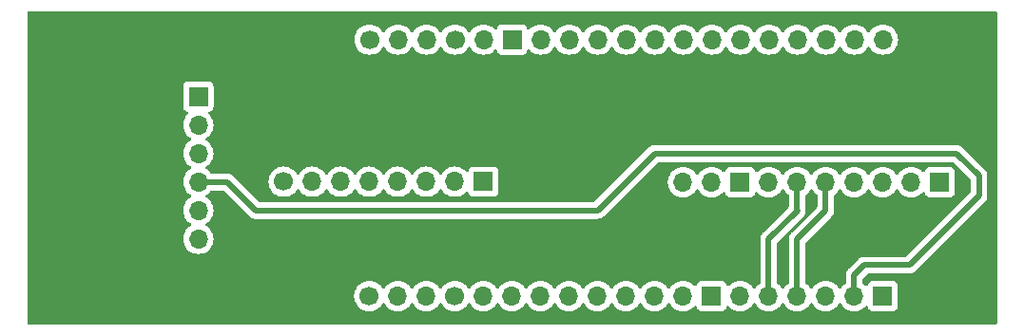
<source format=gbr>
%TF.GenerationSoftware,KiCad,Pcbnew,7.0.10*%
%TF.CreationDate,2024-01-17T15:37:33-05:00*%
%TF.ProjectId,ESP32-SD,45535033-322d-4534-942e-6b696361645f,1*%
%TF.SameCoordinates,Original*%
%TF.FileFunction,Copper,L1,Top*%
%TF.FilePolarity,Positive*%
%FSLAX46Y46*%
G04 Gerber Fmt 4.6, Leading zero omitted, Abs format (unit mm)*
G04 Created by KiCad (PCBNEW 7.0.10) date 2024-01-17 15:37:33*
%MOMM*%
%LPD*%
G01*
G04 APERTURE LIST*
%TA.AperFunction,ComponentPad*%
%ADD10O,1.700000X1.700000*%
%TD*%
%TA.AperFunction,ComponentPad*%
%ADD11R,1.700000X1.700000*%
%TD*%
%TA.AperFunction,ComponentPad*%
%ADD12C,1.700000*%
%TD*%
%TA.AperFunction,Conductor*%
%ADD13C,0.500000*%
%TD*%
G04 APERTURE END LIST*
D10*
%TO.P,FZ_R,3V3*%
%TO.N,N/C*%
X152390000Y-101610000D03*
D11*
%TO.P,FZ_R,GND*%
X175250000Y-101610000D03*
X157470000Y-101610000D03*
D10*
%TO.P,FZ_R,PA13*%
X160010000Y-101610000D03*
%TO.P,FZ_R,PA14*%
X154930000Y-101610000D03*
%TO.P,FZ_R,PB14*%
X172710000Y-101610000D03*
%TO.P,FZ_R,Rx1*%
X165090000Y-101610000D03*
%TO.P,FZ_R,Rx2*%
X170170000Y-101610000D03*
%TO.P,FZ_R,Tx1*%
X162550000Y-101610000D03*
%TO.P,FZ_R,Tx2*%
X167630000Y-101610000D03*
%TD*%
%TO.P,SD,3v3*%
%TO.N,N/C*%
X109220000Y-106680000D03*
%TO.P,SD,CLK*%
X109220000Y-99060000D03*
D11*
%TO.P,SD,GND*%
X109220000Y-93980000D03*
D10*
%TO.P,SD,MISO*%
X109220000Y-96520000D03*
%TO.P,SD,MOSI*%
X109220000Y-101600000D03*
%TO.P,SD,SS*%
X109220000Y-104140000D03*
%TD*%
D12*
%TO.P,Bottom,CLK*%
%TO.N,N/C*%
X124450000Y-111770000D03*
D10*
X149850000Y-111770000D03*
D11*
%TO.P,Bottom,GND*%
X154930000Y-111770000D03*
X170170000Y-111770000D03*
D10*
%TO.P,Bottom,MISO*%
X152390000Y-111770000D03*
%TO.P,Bottom,MOSI*%
X167630000Y-111770000D03*
%TO.P,Bottom,P0*%
X137150000Y-111770000D03*
%TO.P,Bottom,P2*%
X134610000Y-111770000D03*
%TO.P,Bottom,P4*%
X139690000Y-111770000D03*
D12*
%TO.P,Bottom,P15*%
X132070000Y-111770000D03*
D10*
%TO.P,Bottom,P21*%
X157470000Y-111770000D03*
%TO.P,Bottom,P22*%
X165090000Y-111770000D03*
%TO.P,Bottom,Rx*%
X160010000Y-111770000D03*
%TO.P,Bottom,Rx2*%
X142230000Y-111770000D03*
%TO.P,Bottom,SD1*%
X129530000Y-111770000D03*
%TO.P,Bottom,SDD*%
X126990000Y-111770000D03*
%TO.P,Bottom,SS*%
X147310000Y-111770000D03*
%TO.P,Bottom,Tx*%
X162550000Y-111770000D03*
%TO.P,Bottom,Tx2*%
X144770000Y-111770000D03*
%TD*%
%TO.P,Top,3v3*%
%TO.N,N/C*%
X170180000Y-88900000D03*
D12*
%TO.P,Top,5V*%
X124460000Y-88900000D03*
D10*
%TO.P,Top,CND*%
X127000000Y-88900000D03*
%TO.P,Top,EN*%
X167640000Y-88900000D03*
D11*
%TO.P,Top,GND*%
X137160000Y-88900000D03*
D10*
%TO.P,Top,P12*%
X139700000Y-88900000D03*
%TO.P,Top,P13*%
X134620000Y-88900000D03*
%TO.P,Top,P14*%
X142240000Y-88900000D03*
%TO.P,Top,P25*%
X149860000Y-88900000D03*
%TO.P,Top,P26*%
X147320000Y-88900000D03*
%TO.P,Top,P27*%
X144780000Y-88900000D03*
%TO.P,Top,P32*%
X154940000Y-88900000D03*
%TO.P,Top,P33*%
X152400000Y-88900000D03*
%TO.P,Top,P34*%
X160020000Y-88900000D03*
%TO.P,Top,P35*%
X157480000Y-88900000D03*
D12*
%TO.P,Top,SD2*%
X132080000Y-88900000D03*
D10*
%TO.P,Top,SD3*%
X129540000Y-88900000D03*
%TO.P,Top,SVN*%
X162560000Y-88900000D03*
%TO.P,Top,SVP*%
X165100000Y-88900000D03*
%TD*%
D12*
%TO.P,Left,5V*%
%TO.N,N/C*%
X116830000Y-101585000D03*
D11*
%TO.P,Left,GND*%
X134610000Y-101585000D03*
D10*
%TO.P,Left,PA4*%
X124450000Y-101585000D03*
%TO.P,Left,PA6*%
X121910000Y-101585000D03*
%TO.P,Left,PA7*%
X119370000Y-101585000D03*
%TO.P,Left,PB2*%
X129530000Y-101585000D03*
%TO.P,Left,PB3*%
X126990000Y-101585000D03*
%TO.P,Left,PC3*%
X132070000Y-101585000D03*
%TD*%
D13*
%TO.N,*%
X160010000Y-106690000D02*
X160010000Y-111770000D01*
X162560000Y-104140000D02*
X160010000Y-106690000D01*
X162550000Y-104130000D02*
X162560000Y-104140000D01*
X162550000Y-101610000D02*
X162550000Y-104130000D01*
X162550000Y-106690000D02*
X162550000Y-111770000D01*
X165090000Y-101610000D02*
X165090000Y-104150000D01*
X165090000Y-104150000D02*
X162550000Y-106690000D01*
X149860000Y-99060000D02*
X176740797Y-99060000D01*
X178726395Y-102851110D02*
X172549646Y-109027859D01*
X176740797Y-99060000D02*
X178726395Y-101045598D01*
X111760000Y-101600000D02*
X114300000Y-104140000D01*
X168511002Y-109027859D02*
X167630000Y-109908861D01*
X114300000Y-104140000D02*
X144780000Y-104140000D01*
X172549646Y-109027859D02*
X168511002Y-109027859D01*
X167630000Y-109908861D02*
X167630000Y-111770000D01*
X144780000Y-104140000D02*
X149860000Y-99060000D01*
X178726395Y-101045598D02*
X178726395Y-102851110D01*
X109220000Y-101600000D02*
X111760000Y-101600000D01*
%TD*%
%TA.AperFunction,NonConductor*%
G36*
X180282539Y-86380185D02*
G01*
X180328294Y-86432989D01*
X180339500Y-86484500D01*
X180339500Y-114175500D01*
X180319815Y-114242539D01*
X180267011Y-114288294D01*
X180215500Y-114299500D01*
X94104500Y-114299500D01*
X94037461Y-114279815D01*
X93991706Y-114227011D01*
X93980500Y-114175500D01*
X93980500Y-106680000D01*
X107864341Y-106680000D01*
X107884936Y-106915403D01*
X107884938Y-106915413D01*
X107946094Y-107143655D01*
X107946096Y-107143659D01*
X107946097Y-107143663D01*
X108045965Y-107357830D01*
X108045967Y-107357834D01*
X108154281Y-107512521D01*
X108181505Y-107551401D01*
X108348599Y-107718495D01*
X108445384Y-107786265D01*
X108542165Y-107854032D01*
X108542167Y-107854033D01*
X108542170Y-107854035D01*
X108756337Y-107953903D01*
X108984592Y-108015063D01*
X109172918Y-108031539D01*
X109219999Y-108035659D01*
X109220000Y-108035659D01*
X109220001Y-108035659D01*
X109259234Y-108032226D01*
X109455408Y-108015063D01*
X109683663Y-107953903D01*
X109897830Y-107854035D01*
X110091401Y-107718495D01*
X110258495Y-107551401D01*
X110394035Y-107357830D01*
X110493903Y-107143663D01*
X110555063Y-106915408D01*
X110575659Y-106680000D01*
X110555063Y-106444592D01*
X110493903Y-106216337D01*
X110394035Y-106002171D01*
X110258495Y-105808599D01*
X110258494Y-105808597D01*
X110091402Y-105641506D01*
X110091396Y-105641501D01*
X109905842Y-105511575D01*
X109862217Y-105456998D01*
X109855023Y-105387500D01*
X109886546Y-105325145D01*
X109905842Y-105308425D01*
X109928026Y-105292891D01*
X110091401Y-105178495D01*
X110258495Y-105011401D01*
X110394035Y-104817830D01*
X110493903Y-104603663D01*
X110555063Y-104375408D01*
X110575659Y-104140000D01*
X110575580Y-104139102D01*
X110563220Y-103997829D01*
X110555063Y-103904592D01*
X110493903Y-103676337D01*
X110394035Y-103462171D01*
X110351006Y-103400718D01*
X110258494Y-103268597D01*
X110091402Y-103101506D01*
X110091396Y-103101501D01*
X109905842Y-102971575D01*
X109862217Y-102916998D01*
X109855023Y-102847500D01*
X109886546Y-102785145D01*
X109905842Y-102768425D01*
X110009098Y-102696124D01*
X110091401Y-102638495D01*
X110258495Y-102471401D01*
X110306127Y-102403376D01*
X110360704Y-102359751D01*
X110407701Y-102350500D01*
X111397770Y-102350500D01*
X111464809Y-102370185D01*
X111485451Y-102386819D01*
X113724267Y-104625634D01*
X113736048Y-104639266D01*
X113750389Y-104658529D01*
X113750390Y-104658530D01*
X113788343Y-104690376D01*
X113796319Y-104697686D01*
X113800222Y-104701590D01*
X113800223Y-104701591D01*
X113824538Y-104720816D01*
X113827293Y-104723059D01*
X113884786Y-104771302D01*
X113884790Y-104771304D01*
X113890823Y-104775272D01*
X113890789Y-104775322D01*
X113897144Y-104779370D01*
X113897177Y-104779318D01*
X113903315Y-104783104D01*
X113903323Y-104783110D01*
X113971291Y-104814804D01*
X113974452Y-104816333D01*
X114041567Y-104850040D01*
X114041572Y-104850041D01*
X114048355Y-104852510D01*
X114048334Y-104852567D01*
X114055451Y-104855040D01*
X114055470Y-104854984D01*
X114062324Y-104857255D01*
X114062325Y-104857255D01*
X114062327Y-104857256D01*
X114135848Y-104872436D01*
X114139209Y-104873181D01*
X114212279Y-104890500D01*
X114212285Y-104890500D01*
X114219452Y-104891338D01*
X114219445Y-104891397D01*
X114226946Y-104892163D01*
X114226952Y-104892104D01*
X114234141Y-104892733D01*
X114234143Y-104892732D01*
X114234144Y-104892733D01*
X114309111Y-104890552D01*
X114312717Y-104890500D01*
X144716295Y-104890500D01*
X144734265Y-104891809D01*
X144758023Y-104895289D01*
X144807369Y-104890971D01*
X144818176Y-104890500D01*
X144823704Y-104890500D01*
X144823709Y-104890500D01*
X144854556Y-104886893D01*
X144858030Y-104886539D01*
X144932797Y-104879999D01*
X144932805Y-104879996D01*
X144939866Y-104878539D01*
X144939878Y-104878598D01*
X144947243Y-104876965D01*
X144947229Y-104876906D01*
X144954249Y-104875241D01*
X144954255Y-104875241D01*
X145024779Y-104849572D01*
X145028117Y-104848412D01*
X145099334Y-104824814D01*
X145099342Y-104824808D01*
X145105882Y-104821760D01*
X145105908Y-104821816D01*
X145112690Y-104818532D01*
X145112663Y-104818478D01*
X145119113Y-104815238D01*
X145119117Y-104815237D01*
X145181837Y-104773984D01*
X145184732Y-104772140D01*
X145248656Y-104732712D01*
X145248662Y-104732705D01*
X145254325Y-104728229D01*
X145254363Y-104728277D01*
X145260200Y-104723522D01*
X145260161Y-104723475D01*
X145265691Y-104718833D01*
X145265696Y-104718830D01*
X145317184Y-104664254D01*
X145319631Y-104661735D01*
X150134549Y-99846819D01*
X150195872Y-99813334D01*
X150222230Y-99810500D01*
X176378567Y-99810500D01*
X176445606Y-99830185D01*
X176466248Y-99846819D01*
X177939576Y-101320146D01*
X177973061Y-101381469D01*
X177975895Y-101407827D01*
X177975895Y-102488880D01*
X177956210Y-102555919D01*
X177939576Y-102576561D01*
X172275097Y-108241040D01*
X172213774Y-108274525D01*
X172187416Y-108277359D01*
X168574707Y-108277359D01*
X168556737Y-108276050D01*
X168532974Y-108272569D01*
X168485845Y-108276693D01*
X168483632Y-108276887D01*
X168472826Y-108277359D01*
X168467286Y-108277359D01*
X168436503Y-108280957D01*
X168432918Y-108281323D01*
X168358201Y-108287860D01*
X168351134Y-108289319D01*
X168351122Y-108289263D01*
X168343765Y-108290894D01*
X168343779Y-108290951D01*
X168336742Y-108292619D01*
X168266233Y-108318280D01*
X168262832Y-108319462D01*
X168191670Y-108343043D01*
X168185128Y-108346094D01*
X168185103Y-108346042D01*
X168178310Y-108349330D01*
X168178336Y-108349381D01*
X168171888Y-108352619D01*
X168109230Y-108393829D01*
X168106193Y-108395764D01*
X168042346Y-108435147D01*
X168036679Y-108439628D01*
X168036643Y-108439582D01*
X168030800Y-108444343D01*
X168030837Y-108444387D01*
X168025312Y-108449023D01*
X167973850Y-108503568D01*
X167971338Y-108506153D01*
X167144358Y-109333133D01*
X167130729Y-109344912D01*
X167111469Y-109359251D01*
X167079632Y-109397192D01*
X167072346Y-109405145D01*
X167068407Y-109409085D01*
X167049176Y-109433406D01*
X167046902Y-109436198D01*
X166998694Y-109493651D01*
X166994729Y-109499680D01*
X166994682Y-109499649D01*
X166990630Y-109506008D01*
X166990679Y-109506038D01*
X166986889Y-109512182D01*
X166955192Y-109580155D01*
X166953623Y-109583397D01*
X166919957Y-109650433D01*
X166917488Y-109657218D01*
X166917432Y-109657197D01*
X166914960Y-109664311D01*
X166915015Y-109664330D01*
X166912743Y-109671186D01*
X166897573Y-109744649D01*
X166896793Y-109748165D01*
X166879499Y-109821140D01*
X166878661Y-109828315D01*
X166878601Y-109828308D01*
X166877835Y-109835806D01*
X166877895Y-109835812D01*
X166877265Y-109843001D01*
X166879448Y-109917989D01*
X166879500Y-109921596D01*
X166879500Y-110582298D01*
X166859815Y-110649337D01*
X166826625Y-110683872D01*
X166758595Y-110731507D01*
X166591505Y-110898597D01*
X166461575Y-111084158D01*
X166406998Y-111127783D01*
X166337500Y-111134977D01*
X166275145Y-111103454D01*
X166258425Y-111084158D01*
X166128494Y-110898597D01*
X165961402Y-110731506D01*
X165961395Y-110731501D01*
X165767834Y-110595967D01*
X165767830Y-110595965D01*
X165738521Y-110582298D01*
X165553663Y-110496097D01*
X165553659Y-110496096D01*
X165553655Y-110496094D01*
X165325413Y-110434938D01*
X165325403Y-110434936D01*
X165090001Y-110414341D01*
X165089999Y-110414341D01*
X164854596Y-110434936D01*
X164854586Y-110434938D01*
X164626344Y-110496094D01*
X164626335Y-110496098D01*
X164412171Y-110595964D01*
X164412169Y-110595965D01*
X164218597Y-110731505D01*
X164051505Y-110898597D01*
X163921575Y-111084158D01*
X163866998Y-111127783D01*
X163797500Y-111134977D01*
X163735145Y-111103454D01*
X163718425Y-111084158D01*
X163588494Y-110898597D01*
X163421404Y-110731507D01*
X163353375Y-110683872D01*
X163309751Y-110629294D01*
X163300500Y-110582298D01*
X163300500Y-107052228D01*
X163320185Y-106985189D01*
X163336814Y-106964552D01*
X165575638Y-104725727D01*
X165589267Y-104713950D01*
X165608530Y-104699610D01*
X165621850Y-104683735D01*
X165640366Y-104661669D01*
X165647683Y-104653684D01*
X165648992Y-104652374D01*
X165651590Y-104649777D01*
X165670859Y-104625404D01*
X165673020Y-104622751D01*
X165721302Y-104565214D01*
X165721308Y-104565201D01*
X165725272Y-104559176D01*
X165725324Y-104559210D01*
X165729371Y-104552858D01*
X165729317Y-104552825D01*
X165733106Y-104546681D01*
X165733110Y-104546677D01*
X165764819Y-104478674D01*
X165766348Y-104475516D01*
X165800040Y-104408433D01*
X165800043Y-104408417D01*
X165802510Y-104401644D01*
X165802568Y-104401665D01*
X165805043Y-104394546D01*
X165804985Y-104394527D01*
X165807255Y-104387677D01*
X165809321Y-104377672D01*
X165822431Y-104314171D01*
X165823186Y-104310767D01*
X165840500Y-104237721D01*
X165840500Y-104237719D01*
X165840501Y-104237715D01*
X165841339Y-104230548D01*
X165841397Y-104230554D01*
X165842164Y-104223056D01*
X165842104Y-104223051D01*
X165842733Y-104215860D01*
X165841165Y-104161977D01*
X165840552Y-104140889D01*
X165840500Y-104137283D01*
X165840500Y-102797700D01*
X165860185Y-102730661D01*
X165893375Y-102696126D01*
X165961401Y-102648495D01*
X166128495Y-102481401D01*
X166258425Y-102295842D01*
X166313002Y-102252217D01*
X166382500Y-102245023D01*
X166444855Y-102276546D01*
X166461575Y-102295842D01*
X166591500Y-102481395D01*
X166591505Y-102481401D01*
X166758599Y-102648495D01*
X166855384Y-102716265D01*
X166952165Y-102784032D01*
X166952167Y-102784033D01*
X166952170Y-102784035D01*
X167166337Y-102883903D01*
X167394592Y-102945063D01*
X167571034Y-102960500D01*
X167629999Y-102965659D01*
X167630000Y-102965659D01*
X167630001Y-102965659D01*
X167688966Y-102960500D01*
X167865408Y-102945063D01*
X168093663Y-102883903D01*
X168307830Y-102784035D01*
X168501401Y-102648495D01*
X168668495Y-102481401D01*
X168798425Y-102295842D01*
X168853002Y-102252217D01*
X168922500Y-102245023D01*
X168984855Y-102276546D01*
X169001575Y-102295842D01*
X169131500Y-102481395D01*
X169131505Y-102481401D01*
X169298599Y-102648495D01*
X169395384Y-102716265D01*
X169492165Y-102784032D01*
X169492167Y-102784033D01*
X169492170Y-102784035D01*
X169706337Y-102883903D01*
X169934592Y-102945063D01*
X170111034Y-102960500D01*
X170169999Y-102965659D01*
X170170000Y-102965659D01*
X170170001Y-102965659D01*
X170228966Y-102960500D01*
X170405408Y-102945063D01*
X170633663Y-102883903D01*
X170847830Y-102784035D01*
X171041401Y-102648495D01*
X171208495Y-102481401D01*
X171338425Y-102295842D01*
X171393002Y-102252217D01*
X171462500Y-102245023D01*
X171524855Y-102276546D01*
X171541575Y-102295842D01*
X171671500Y-102481395D01*
X171671505Y-102481401D01*
X171838599Y-102648495D01*
X171935384Y-102716265D01*
X172032165Y-102784032D01*
X172032167Y-102784033D01*
X172032170Y-102784035D01*
X172246337Y-102883903D01*
X172474592Y-102945063D01*
X172651034Y-102960500D01*
X172709999Y-102965659D01*
X172710000Y-102965659D01*
X172710001Y-102965659D01*
X172768966Y-102960500D01*
X172945408Y-102945063D01*
X173173663Y-102883903D01*
X173387830Y-102784035D01*
X173581401Y-102648495D01*
X173703329Y-102526566D01*
X173764648Y-102493084D01*
X173834340Y-102498068D01*
X173890274Y-102539939D01*
X173907189Y-102570917D01*
X173956202Y-102702328D01*
X173956206Y-102702335D01*
X174042452Y-102817544D01*
X174042455Y-102817547D01*
X174157664Y-102903793D01*
X174157671Y-102903797D01*
X174292517Y-102954091D01*
X174292516Y-102954091D01*
X174299444Y-102954835D01*
X174352127Y-102960500D01*
X176147872Y-102960499D01*
X176207483Y-102954091D01*
X176342331Y-102903796D01*
X176457546Y-102817546D01*
X176543796Y-102702331D01*
X176594091Y-102567483D01*
X176600500Y-102507873D01*
X176600499Y-100712128D01*
X176594091Y-100652517D01*
X176592810Y-100649083D01*
X176543797Y-100517671D01*
X176543793Y-100517664D01*
X176457547Y-100402455D01*
X176457544Y-100402452D01*
X176342335Y-100316206D01*
X176342328Y-100316202D01*
X176207482Y-100265908D01*
X176207483Y-100265908D01*
X176147883Y-100259501D01*
X176147881Y-100259500D01*
X176147873Y-100259500D01*
X176147864Y-100259500D01*
X174352129Y-100259500D01*
X174352123Y-100259501D01*
X174292516Y-100265908D01*
X174157671Y-100316202D01*
X174157664Y-100316206D01*
X174042455Y-100402452D01*
X174042452Y-100402455D01*
X173956206Y-100517664D01*
X173956203Y-100517669D01*
X173907189Y-100649083D01*
X173865317Y-100705016D01*
X173799853Y-100729433D01*
X173731580Y-100714581D01*
X173703326Y-100693430D01*
X173581402Y-100571506D01*
X173581395Y-100571501D01*
X173581079Y-100571280D01*
X173504518Y-100517671D01*
X173387834Y-100435967D01*
X173387830Y-100435965D01*
X173366385Y-100425965D01*
X173173663Y-100336097D01*
X173173659Y-100336096D01*
X173173655Y-100336094D01*
X172945413Y-100274938D01*
X172945403Y-100274936D01*
X172710001Y-100254341D01*
X172709999Y-100254341D01*
X172474596Y-100274936D01*
X172474586Y-100274938D01*
X172246344Y-100336094D01*
X172246335Y-100336098D01*
X172032171Y-100435964D01*
X172032169Y-100435965D01*
X171838597Y-100571505D01*
X171671505Y-100738597D01*
X171541575Y-100924158D01*
X171486998Y-100967783D01*
X171417500Y-100974977D01*
X171355145Y-100943454D01*
X171338425Y-100924158D01*
X171208494Y-100738597D01*
X171041402Y-100571506D01*
X171041395Y-100571501D01*
X171041079Y-100571280D01*
X170964518Y-100517671D01*
X170847834Y-100435967D01*
X170847830Y-100435965D01*
X170826385Y-100425965D01*
X170633663Y-100336097D01*
X170633659Y-100336096D01*
X170633655Y-100336094D01*
X170405413Y-100274938D01*
X170405403Y-100274936D01*
X170170001Y-100254341D01*
X170169999Y-100254341D01*
X169934596Y-100274936D01*
X169934586Y-100274938D01*
X169706344Y-100336094D01*
X169706335Y-100336098D01*
X169492171Y-100435964D01*
X169492169Y-100435965D01*
X169298597Y-100571505D01*
X169131505Y-100738597D01*
X169001575Y-100924158D01*
X168946998Y-100967783D01*
X168877500Y-100974977D01*
X168815145Y-100943454D01*
X168798425Y-100924158D01*
X168668494Y-100738597D01*
X168501402Y-100571506D01*
X168501395Y-100571501D01*
X168501079Y-100571280D01*
X168424518Y-100517671D01*
X168307834Y-100435967D01*
X168307830Y-100435965D01*
X168286385Y-100425965D01*
X168093663Y-100336097D01*
X168093659Y-100336096D01*
X168093655Y-100336094D01*
X167865413Y-100274938D01*
X167865403Y-100274936D01*
X167630001Y-100254341D01*
X167629999Y-100254341D01*
X167394596Y-100274936D01*
X167394586Y-100274938D01*
X167166344Y-100336094D01*
X167166335Y-100336098D01*
X166952171Y-100435964D01*
X166952169Y-100435965D01*
X166758597Y-100571505D01*
X166591505Y-100738597D01*
X166461575Y-100924158D01*
X166406998Y-100967783D01*
X166337500Y-100974977D01*
X166275145Y-100943454D01*
X166258425Y-100924158D01*
X166128494Y-100738597D01*
X165961402Y-100571506D01*
X165961395Y-100571501D01*
X165961079Y-100571280D01*
X165884518Y-100517671D01*
X165767834Y-100435967D01*
X165767830Y-100435965D01*
X165746385Y-100425965D01*
X165553663Y-100336097D01*
X165553659Y-100336096D01*
X165553655Y-100336094D01*
X165325413Y-100274938D01*
X165325403Y-100274936D01*
X165090001Y-100254341D01*
X165089999Y-100254341D01*
X164854596Y-100274936D01*
X164854586Y-100274938D01*
X164626344Y-100336094D01*
X164626335Y-100336098D01*
X164412171Y-100435964D01*
X164412169Y-100435965D01*
X164218597Y-100571505D01*
X164051505Y-100738597D01*
X163921575Y-100924158D01*
X163866998Y-100967783D01*
X163797500Y-100974977D01*
X163735145Y-100943454D01*
X163718425Y-100924158D01*
X163588494Y-100738597D01*
X163421402Y-100571506D01*
X163421395Y-100571501D01*
X163421079Y-100571280D01*
X163344518Y-100517671D01*
X163227834Y-100435967D01*
X163227830Y-100435965D01*
X163206385Y-100425965D01*
X163013663Y-100336097D01*
X163013659Y-100336096D01*
X163013655Y-100336094D01*
X162785413Y-100274938D01*
X162785403Y-100274936D01*
X162550001Y-100254341D01*
X162549999Y-100254341D01*
X162314596Y-100274936D01*
X162314586Y-100274938D01*
X162086344Y-100336094D01*
X162086335Y-100336098D01*
X161872171Y-100435964D01*
X161872169Y-100435965D01*
X161678597Y-100571505D01*
X161511505Y-100738597D01*
X161381575Y-100924158D01*
X161326998Y-100967783D01*
X161257500Y-100974977D01*
X161195145Y-100943454D01*
X161178425Y-100924158D01*
X161048494Y-100738597D01*
X160881402Y-100571506D01*
X160881395Y-100571501D01*
X160881079Y-100571280D01*
X160804518Y-100517671D01*
X160687834Y-100435967D01*
X160687830Y-100435965D01*
X160666385Y-100425965D01*
X160473663Y-100336097D01*
X160473659Y-100336096D01*
X160473655Y-100336094D01*
X160245413Y-100274938D01*
X160245403Y-100274936D01*
X160010001Y-100254341D01*
X160009999Y-100254341D01*
X159774596Y-100274936D01*
X159774586Y-100274938D01*
X159546344Y-100336094D01*
X159546335Y-100336098D01*
X159332171Y-100435964D01*
X159332169Y-100435965D01*
X159138600Y-100571503D01*
X159016673Y-100693430D01*
X158955350Y-100726914D01*
X158885658Y-100721930D01*
X158829725Y-100680058D01*
X158812810Y-100649081D01*
X158763797Y-100517671D01*
X158763793Y-100517664D01*
X158677547Y-100402455D01*
X158677544Y-100402452D01*
X158562335Y-100316206D01*
X158562328Y-100316202D01*
X158427482Y-100265908D01*
X158427483Y-100265908D01*
X158367883Y-100259501D01*
X158367881Y-100259500D01*
X158367873Y-100259500D01*
X158367864Y-100259500D01*
X156572129Y-100259500D01*
X156572123Y-100259501D01*
X156512516Y-100265908D01*
X156377671Y-100316202D01*
X156377664Y-100316206D01*
X156262455Y-100402452D01*
X156262452Y-100402455D01*
X156176206Y-100517664D01*
X156176203Y-100517669D01*
X156127189Y-100649083D01*
X156085317Y-100705016D01*
X156019853Y-100729433D01*
X155951580Y-100714581D01*
X155923326Y-100693430D01*
X155801402Y-100571506D01*
X155801395Y-100571501D01*
X155801079Y-100571280D01*
X155724518Y-100517671D01*
X155607834Y-100435967D01*
X155607830Y-100435965D01*
X155586385Y-100425965D01*
X155393663Y-100336097D01*
X155393659Y-100336096D01*
X155393655Y-100336094D01*
X155165413Y-100274938D01*
X155165403Y-100274936D01*
X154930001Y-100254341D01*
X154929999Y-100254341D01*
X154694596Y-100274936D01*
X154694586Y-100274938D01*
X154466344Y-100336094D01*
X154466335Y-100336098D01*
X154252171Y-100435964D01*
X154252169Y-100435965D01*
X154058597Y-100571505D01*
X153891505Y-100738597D01*
X153761575Y-100924158D01*
X153706998Y-100967783D01*
X153637500Y-100974977D01*
X153575145Y-100943454D01*
X153558425Y-100924158D01*
X153428494Y-100738597D01*
X153261402Y-100571506D01*
X153261395Y-100571501D01*
X153261079Y-100571280D01*
X153184518Y-100517671D01*
X153067834Y-100435967D01*
X153067830Y-100435965D01*
X153046385Y-100425965D01*
X152853663Y-100336097D01*
X152853659Y-100336096D01*
X152853655Y-100336094D01*
X152625413Y-100274938D01*
X152625403Y-100274936D01*
X152390001Y-100254341D01*
X152389999Y-100254341D01*
X152154596Y-100274936D01*
X152154586Y-100274938D01*
X151926344Y-100336094D01*
X151926335Y-100336098D01*
X151712171Y-100435964D01*
X151712169Y-100435965D01*
X151518597Y-100571505D01*
X151351505Y-100738597D01*
X151215965Y-100932169D01*
X151215964Y-100932171D01*
X151116098Y-101146335D01*
X151116094Y-101146344D01*
X151054938Y-101374586D01*
X151054936Y-101374596D01*
X151034341Y-101609999D01*
X151034341Y-101610000D01*
X151054936Y-101845403D01*
X151054938Y-101845413D01*
X151116094Y-102073655D01*
X151116096Y-102073659D01*
X151116097Y-102073663D01*
X151199358Y-102252217D01*
X151215965Y-102287830D01*
X151215967Y-102287834D01*
X151285278Y-102386819D01*
X151351505Y-102481401D01*
X151518599Y-102648495D01*
X151615384Y-102716265D01*
X151712165Y-102784032D01*
X151712167Y-102784033D01*
X151712170Y-102784035D01*
X151926337Y-102883903D01*
X152154592Y-102945063D01*
X152331034Y-102960500D01*
X152389999Y-102965659D01*
X152390000Y-102965659D01*
X152390001Y-102965659D01*
X152448966Y-102960500D01*
X152625408Y-102945063D01*
X152853663Y-102883903D01*
X153067830Y-102784035D01*
X153261401Y-102648495D01*
X153428495Y-102481401D01*
X153558425Y-102295842D01*
X153613002Y-102252217D01*
X153682500Y-102245023D01*
X153744855Y-102276546D01*
X153761575Y-102295842D01*
X153891500Y-102481395D01*
X153891505Y-102481401D01*
X154058599Y-102648495D01*
X154155384Y-102716265D01*
X154252165Y-102784032D01*
X154252167Y-102784033D01*
X154252170Y-102784035D01*
X154466337Y-102883903D01*
X154694592Y-102945063D01*
X154871034Y-102960500D01*
X154929999Y-102965659D01*
X154930000Y-102965659D01*
X154930001Y-102965659D01*
X154988966Y-102960500D01*
X155165408Y-102945063D01*
X155393663Y-102883903D01*
X155607830Y-102784035D01*
X155801401Y-102648495D01*
X155923329Y-102526566D01*
X155984648Y-102493084D01*
X156054340Y-102498068D01*
X156110274Y-102539939D01*
X156127189Y-102570917D01*
X156176202Y-102702328D01*
X156176206Y-102702335D01*
X156262452Y-102817544D01*
X156262455Y-102817547D01*
X156377664Y-102903793D01*
X156377671Y-102903797D01*
X156512517Y-102954091D01*
X156512516Y-102954091D01*
X156519444Y-102954835D01*
X156572127Y-102960500D01*
X158367872Y-102960499D01*
X158427483Y-102954091D01*
X158562331Y-102903796D01*
X158677546Y-102817546D01*
X158763796Y-102702331D01*
X158812810Y-102570916D01*
X158854681Y-102514984D01*
X158920145Y-102490566D01*
X158988418Y-102505417D01*
X159016673Y-102526569D01*
X159138599Y-102648495D01*
X159235384Y-102716265D01*
X159332165Y-102784032D01*
X159332167Y-102784033D01*
X159332170Y-102784035D01*
X159546337Y-102883903D01*
X159774592Y-102945063D01*
X159951034Y-102960500D01*
X160009999Y-102965659D01*
X160010000Y-102965659D01*
X160010001Y-102965659D01*
X160068966Y-102960500D01*
X160245408Y-102945063D01*
X160473663Y-102883903D01*
X160687830Y-102784035D01*
X160881401Y-102648495D01*
X161048495Y-102481401D01*
X161178425Y-102295842D01*
X161233002Y-102252217D01*
X161302500Y-102245023D01*
X161364855Y-102276546D01*
X161381575Y-102295842D01*
X161511501Y-102481396D01*
X161511506Y-102481402D01*
X161678595Y-102648492D01*
X161678598Y-102648494D01*
X161678599Y-102648495D01*
X161746623Y-102696125D01*
X161790248Y-102750701D01*
X161799500Y-102797700D01*
X161799500Y-103787769D01*
X161779815Y-103854808D01*
X161763181Y-103875450D01*
X159524358Y-106114272D01*
X159510729Y-106126051D01*
X159491469Y-106140390D01*
X159459632Y-106178331D01*
X159452346Y-106186284D01*
X159448407Y-106190224D01*
X159429176Y-106214545D01*
X159426902Y-106217337D01*
X159378694Y-106274790D01*
X159374729Y-106280819D01*
X159374682Y-106280788D01*
X159370630Y-106287147D01*
X159370679Y-106287177D01*
X159366889Y-106293321D01*
X159335192Y-106361294D01*
X159333623Y-106364536D01*
X159299957Y-106431572D01*
X159297488Y-106438357D01*
X159297432Y-106438336D01*
X159294960Y-106445450D01*
X159295015Y-106445469D01*
X159292743Y-106452325D01*
X159277573Y-106525788D01*
X159276793Y-106529304D01*
X159259499Y-106602279D01*
X159258661Y-106609454D01*
X159258601Y-106609447D01*
X159257835Y-106616945D01*
X159257895Y-106616951D01*
X159257265Y-106624140D01*
X159259448Y-106699128D01*
X159259500Y-106702735D01*
X159259500Y-110582298D01*
X159239815Y-110649337D01*
X159206625Y-110683872D01*
X159138595Y-110731507D01*
X158971505Y-110898597D01*
X158841575Y-111084158D01*
X158786998Y-111127783D01*
X158717500Y-111134977D01*
X158655145Y-111103454D01*
X158638425Y-111084158D01*
X158508494Y-110898597D01*
X158341402Y-110731506D01*
X158341395Y-110731501D01*
X158147834Y-110595967D01*
X158147830Y-110595965D01*
X158118521Y-110582298D01*
X157933663Y-110496097D01*
X157933659Y-110496096D01*
X157933655Y-110496094D01*
X157705413Y-110434938D01*
X157705403Y-110434936D01*
X157470001Y-110414341D01*
X157469999Y-110414341D01*
X157234596Y-110434936D01*
X157234586Y-110434938D01*
X157006344Y-110496094D01*
X157006335Y-110496098D01*
X156792171Y-110595964D01*
X156792169Y-110595965D01*
X156598600Y-110731503D01*
X156476673Y-110853430D01*
X156415350Y-110886914D01*
X156345658Y-110881930D01*
X156289725Y-110840058D01*
X156272810Y-110809081D01*
X156223797Y-110677671D01*
X156223793Y-110677664D01*
X156137547Y-110562455D01*
X156137544Y-110562452D01*
X156022335Y-110476206D01*
X156022328Y-110476202D01*
X155887482Y-110425908D01*
X155887483Y-110425908D01*
X155827883Y-110419501D01*
X155827881Y-110419500D01*
X155827873Y-110419500D01*
X155827864Y-110419500D01*
X154032129Y-110419500D01*
X154032123Y-110419501D01*
X153972516Y-110425908D01*
X153837671Y-110476202D01*
X153837664Y-110476206D01*
X153722455Y-110562452D01*
X153722452Y-110562455D01*
X153636206Y-110677664D01*
X153636203Y-110677669D01*
X153587189Y-110809083D01*
X153545317Y-110865016D01*
X153479853Y-110889433D01*
X153411580Y-110874581D01*
X153383326Y-110853430D01*
X153261402Y-110731506D01*
X153261395Y-110731501D01*
X153067834Y-110595967D01*
X153067830Y-110595965D01*
X153038521Y-110582298D01*
X152853663Y-110496097D01*
X152853659Y-110496096D01*
X152853655Y-110496094D01*
X152625413Y-110434938D01*
X152625403Y-110434936D01*
X152390001Y-110414341D01*
X152389999Y-110414341D01*
X152154596Y-110434936D01*
X152154586Y-110434938D01*
X151926344Y-110496094D01*
X151926335Y-110496098D01*
X151712171Y-110595964D01*
X151712169Y-110595965D01*
X151518597Y-110731505D01*
X151351505Y-110898597D01*
X151221575Y-111084158D01*
X151166998Y-111127783D01*
X151097500Y-111134977D01*
X151035145Y-111103454D01*
X151018425Y-111084158D01*
X150888494Y-110898597D01*
X150721402Y-110731506D01*
X150721395Y-110731501D01*
X150527834Y-110595967D01*
X150527830Y-110595965D01*
X150498521Y-110582298D01*
X150313663Y-110496097D01*
X150313659Y-110496096D01*
X150313655Y-110496094D01*
X150085413Y-110434938D01*
X150085403Y-110434936D01*
X149850001Y-110414341D01*
X149849999Y-110414341D01*
X149614596Y-110434936D01*
X149614586Y-110434938D01*
X149386344Y-110496094D01*
X149386335Y-110496098D01*
X149172171Y-110595964D01*
X149172169Y-110595965D01*
X148978597Y-110731505D01*
X148811505Y-110898597D01*
X148681575Y-111084158D01*
X148626998Y-111127783D01*
X148557500Y-111134977D01*
X148495145Y-111103454D01*
X148478425Y-111084158D01*
X148348494Y-110898597D01*
X148181402Y-110731506D01*
X148181395Y-110731501D01*
X147987834Y-110595967D01*
X147987830Y-110595965D01*
X147958521Y-110582298D01*
X147773663Y-110496097D01*
X147773659Y-110496096D01*
X147773655Y-110496094D01*
X147545413Y-110434938D01*
X147545403Y-110434936D01*
X147310001Y-110414341D01*
X147309999Y-110414341D01*
X147074596Y-110434936D01*
X147074586Y-110434938D01*
X146846344Y-110496094D01*
X146846335Y-110496098D01*
X146632171Y-110595964D01*
X146632169Y-110595965D01*
X146438597Y-110731505D01*
X146271505Y-110898597D01*
X146141575Y-111084158D01*
X146086998Y-111127783D01*
X146017500Y-111134977D01*
X145955145Y-111103454D01*
X145938425Y-111084158D01*
X145808494Y-110898597D01*
X145641402Y-110731506D01*
X145641395Y-110731501D01*
X145447834Y-110595967D01*
X145447830Y-110595965D01*
X145418521Y-110582298D01*
X145233663Y-110496097D01*
X145233659Y-110496096D01*
X145233655Y-110496094D01*
X145005413Y-110434938D01*
X145005403Y-110434936D01*
X144770001Y-110414341D01*
X144769999Y-110414341D01*
X144534596Y-110434936D01*
X144534586Y-110434938D01*
X144306344Y-110496094D01*
X144306335Y-110496098D01*
X144092171Y-110595964D01*
X144092169Y-110595965D01*
X143898597Y-110731505D01*
X143731505Y-110898597D01*
X143601575Y-111084158D01*
X143546998Y-111127783D01*
X143477500Y-111134977D01*
X143415145Y-111103454D01*
X143398425Y-111084158D01*
X143268494Y-110898597D01*
X143101402Y-110731506D01*
X143101395Y-110731501D01*
X142907834Y-110595967D01*
X142907830Y-110595965D01*
X142878521Y-110582298D01*
X142693663Y-110496097D01*
X142693659Y-110496096D01*
X142693655Y-110496094D01*
X142465413Y-110434938D01*
X142465403Y-110434936D01*
X142230001Y-110414341D01*
X142229999Y-110414341D01*
X141994596Y-110434936D01*
X141994586Y-110434938D01*
X141766344Y-110496094D01*
X141766335Y-110496098D01*
X141552171Y-110595964D01*
X141552169Y-110595965D01*
X141358597Y-110731505D01*
X141191505Y-110898597D01*
X141061575Y-111084158D01*
X141006998Y-111127783D01*
X140937500Y-111134977D01*
X140875145Y-111103454D01*
X140858425Y-111084158D01*
X140728494Y-110898597D01*
X140561402Y-110731506D01*
X140561395Y-110731501D01*
X140367834Y-110595967D01*
X140367830Y-110595965D01*
X140338521Y-110582298D01*
X140153663Y-110496097D01*
X140153659Y-110496096D01*
X140153655Y-110496094D01*
X139925413Y-110434938D01*
X139925403Y-110434936D01*
X139690001Y-110414341D01*
X139689999Y-110414341D01*
X139454596Y-110434936D01*
X139454586Y-110434938D01*
X139226344Y-110496094D01*
X139226335Y-110496098D01*
X139012171Y-110595964D01*
X139012169Y-110595965D01*
X138818597Y-110731505D01*
X138651505Y-110898597D01*
X138521575Y-111084158D01*
X138466998Y-111127783D01*
X138397500Y-111134977D01*
X138335145Y-111103454D01*
X138318425Y-111084158D01*
X138188494Y-110898597D01*
X138021402Y-110731506D01*
X138021395Y-110731501D01*
X137827834Y-110595967D01*
X137827830Y-110595965D01*
X137798521Y-110582298D01*
X137613663Y-110496097D01*
X137613659Y-110496096D01*
X137613655Y-110496094D01*
X137385413Y-110434938D01*
X137385403Y-110434936D01*
X137150001Y-110414341D01*
X137149999Y-110414341D01*
X136914596Y-110434936D01*
X136914586Y-110434938D01*
X136686344Y-110496094D01*
X136686335Y-110496098D01*
X136472171Y-110595964D01*
X136472169Y-110595965D01*
X136278597Y-110731505D01*
X136111505Y-110898597D01*
X135981575Y-111084158D01*
X135926998Y-111127783D01*
X135857500Y-111134977D01*
X135795145Y-111103454D01*
X135778425Y-111084158D01*
X135648494Y-110898597D01*
X135481402Y-110731506D01*
X135481395Y-110731501D01*
X135287834Y-110595967D01*
X135287830Y-110595965D01*
X135258521Y-110582298D01*
X135073663Y-110496097D01*
X135073659Y-110496096D01*
X135073655Y-110496094D01*
X134845413Y-110434938D01*
X134845403Y-110434936D01*
X134610001Y-110414341D01*
X134609999Y-110414341D01*
X134374596Y-110434936D01*
X134374586Y-110434938D01*
X134146344Y-110496094D01*
X134146335Y-110496098D01*
X133932171Y-110595964D01*
X133932169Y-110595965D01*
X133738597Y-110731505D01*
X133571505Y-110898597D01*
X133441575Y-111084158D01*
X133386998Y-111127783D01*
X133317500Y-111134977D01*
X133255145Y-111103454D01*
X133238425Y-111084158D01*
X133108494Y-110898597D01*
X132941402Y-110731506D01*
X132941395Y-110731501D01*
X132747834Y-110595967D01*
X132747830Y-110595965D01*
X132718521Y-110582298D01*
X132533663Y-110496097D01*
X132533659Y-110496096D01*
X132533655Y-110496094D01*
X132305413Y-110434938D01*
X132305403Y-110434936D01*
X132070001Y-110414341D01*
X132069999Y-110414341D01*
X131834596Y-110434936D01*
X131834586Y-110434938D01*
X131606344Y-110496094D01*
X131606335Y-110496098D01*
X131392171Y-110595964D01*
X131392169Y-110595965D01*
X131198597Y-110731505D01*
X131031505Y-110898597D01*
X130901575Y-111084158D01*
X130846998Y-111127783D01*
X130777500Y-111134977D01*
X130715145Y-111103454D01*
X130698425Y-111084158D01*
X130568494Y-110898597D01*
X130401402Y-110731506D01*
X130401395Y-110731501D01*
X130207834Y-110595967D01*
X130207830Y-110595965D01*
X130178521Y-110582298D01*
X129993663Y-110496097D01*
X129993659Y-110496096D01*
X129993655Y-110496094D01*
X129765413Y-110434938D01*
X129765403Y-110434936D01*
X129530001Y-110414341D01*
X129529999Y-110414341D01*
X129294596Y-110434936D01*
X129294586Y-110434938D01*
X129066344Y-110496094D01*
X129066335Y-110496098D01*
X128852171Y-110595964D01*
X128852169Y-110595965D01*
X128658597Y-110731505D01*
X128491505Y-110898597D01*
X128361575Y-111084158D01*
X128306998Y-111127783D01*
X128237500Y-111134977D01*
X128175145Y-111103454D01*
X128158425Y-111084158D01*
X128028494Y-110898597D01*
X127861402Y-110731506D01*
X127861395Y-110731501D01*
X127667834Y-110595967D01*
X127667830Y-110595965D01*
X127638521Y-110582298D01*
X127453663Y-110496097D01*
X127453659Y-110496096D01*
X127453655Y-110496094D01*
X127225413Y-110434938D01*
X127225403Y-110434936D01*
X126990001Y-110414341D01*
X126989999Y-110414341D01*
X126754596Y-110434936D01*
X126754586Y-110434938D01*
X126526344Y-110496094D01*
X126526335Y-110496098D01*
X126312171Y-110595964D01*
X126312169Y-110595965D01*
X126118597Y-110731505D01*
X125951505Y-110898597D01*
X125821575Y-111084158D01*
X125766998Y-111127783D01*
X125697500Y-111134977D01*
X125635145Y-111103454D01*
X125618425Y-111084158D01*
X125488494Y-110898597D01*
X125321402Y-110731506D01*
X125321395Y-110731501D01*
X125127834Y-110595967D01*
X125127830Y-110595965D01*
X125098521Y-110582298D01*
X124913663Y-110496097D01*
X124913659Y-110496096D01*
X124913655Y-110496094D01*
X124685413Y-110434938D01*
X124685403Y-110434936D01*
X124450001Y-110414341D01*
X124449999Y-110414341D01*
X124214596Y-110434936D01*
X124214586Y-110434938D01*
X123986344Y-110496094D01*
X123986335Y-110496098D01*
X123772171Y-110595964D01*
X123772169Y-110595965D01*
X123578597Y-110731505D01*
X123411505Y-110898597D01*
X123275965Y-111092169D01*
X123275964Y-111092171D01*
X123176098Y-111306335D01*
X123176094Y-111306344D01*
X123114938Y-111534586D01*
X123114936Y-111534596D01*
X123094341Y-111769999D01*
X123094341Y-111770000D01*
X123114936Y-112005403D01*
X123114938Y-112005413D01*
X123176094Y-112233655D01*
X123176096Y-112233659D01*
X123176097Y-112233663D01*
X123180000Y-112242032D01*
X123275965Y-112447830D01*
X123275967Y-112447834D01*
X123384281Y-112602521D01*
X123411505Y-112641401D01*
X123578599Y-112808495D01*
X123675384Y-112876265D01*
X123772165Y-112944032D01*
X123772167Y-112944033D01*
X123772170Y-112944035D01*
X123986337Y-113043903D01*
X124214592Y-113105063D01*
X124391034Y-113120500D01*
X124449999Y-113125659D01*
X124450000Y-113125659D01*
X124450001Y-113125659D01*
X124508966Y-113120500D01*
X124685408Y-113105063D01*
X124913663Y-113043903D01*
X125127830Y-112944035D01*
X125321401Y-112808495D01*
X125488495Y-112641401D01*
X125618425Y-112455842D01*
X125673002Y-112412217D01*
X125742500Y-112405023D01*
X125804855Y-112436546D01*
X125821575Y-112455842D01*
X125951500Y-112641395D01*
X125951505Y-112641401D01*
X126118599Y-112808495D01*
X126215384Y-112876265D01*
X126312165Y-112944032D01*
X126312167Y-112944033D01*
X126312170Y-112944035D01*
X126526337Y-113043903D01*
X126754592Y-113105063D01*
X126931034Y-113120500D01*
X126989999Y-113125659D01*
X126990000Y-113125659D01*
X126990001Y-113125659D01*
X127048966Y-113120500D01*
X127225408Y-113105063D01*
X127453663Y-113043903D01*
X127667830Y-112944035D01*
X127861401Y-112808495D01*
X128028495Y-112641401D01*
X128158425Y-112455842D01*
X128213002Y-112412217D01*
X128282500Y-112405023D01*
X128344855Y-112436546D01*
X128361575Y-112455842D01*
X128491500Y-112641395D01*
X128491505Y-112641401D01*
X128658599Y-112808495D01*
X128755384Y-112876265D01*
X128852165Y-112944032D01*
X128852167Y-112944033D01*
X128852170Y-112944035D01*
X129066337Y-113043903D01*
X129294592Y-113105063D01*
X129471034Y-113120500D01*
X129529999Y-113125659D01*
X129530000Y-113125659D01*
X129530001Y-113125659D01*
X129588966Y-113120500D01*
X129765408Y-113105063D01*
X129993663Y-113043903D01*
X130207830Y-112944035D01*
X130401401Y-112808495D01*
X130568495Y-112641401D01*
X130698425Y-112455842D01*
X130753002Y-112412217D01*
X130822500Y-112405023D01*
X130884855Y-112436546D01*
X130901575Y-112455842D01*
X131031500Y-112641395D01*
X131031505Y-112641401D01*
X131198599Y-112808495D01*
X131295384Y-112876265D01*
X131392165Y-112944032D01*
X131392167Y-112944033D01*
X131392170Y-112944035D01*
X131606337Y-113043903D01*
X131834592Y-113105063D01*
X132011034Y-113120500D01*
X132069999Y-113125659D01*
X132070000Y-113125659D01*
X132070001Y-113125659D01*
X132128966Y-113120500D01*
X132305408Y-113105063D01*
X132533663Y-113043903D01*
X132747830Y-112944035D01*
X132941401Y-112808495D01*
X133108495Y-112641401D01*
X133238425Y-112455842D01*
X133293002Y-112412217D01*
X133362500Y-112405023D01*
X133424855Y-112436546D01*
X133441575Y-112455842D01*
X133571500Y-112641395D01*
X133571505Y-112641401D01*
X133738599Y-112808495D01*
X133835384Y-112876265D01*
X133932165Y-112944032D01*
X133932167Y-112944033D01*
X133932170Y-112944035D01*
X134146337Y-113043903D01*
X134374592Y-113105063D01*
X134551034Y-113120500D01*
X134609999Y-113125659D01*
X134610000Y-113125659D01*
X134610001Y-113125659D01*
X134668966Y-113120500D01*
X134845408Y-113105063D01*
X135073663Y-113043903D01*
X135287830Y-112944035D01*
X135481401Y-112808495D01*
X135648495Y-112641401D01*
X135778425Y-112455842D01*
X135833002Y-112412217D01*
X135902500Y-112405023D01*
X135964855Y-112436546D01*
X135981575Y-112455842D01*
X136111500Y-112641395D01*
X136111505Y-112641401D01*
X136278599Y-112808495D01*
X136375384Y-112876265D01*
X136472165Y-112944032D01*
X136472167Y-112944033D01*
X136472170Y-112944035D01*
X136686337Y-113043903D01*
X136914592Y-113105063D01*
X137091034Y-113120500D01*
X137149999Y-113125659D01*
X137150000Y-113125659D01*
X137150001Y-113125659D01*
X137208966Y-113120500D01*
X137385408Y-113105063D01*
X137613663Y-113043903D01*
X137827830Y-112944035D01*
X138021401Y-112808495D01*
X138188495Y-112641401D01*
X138318425Y-112455842D01*
X138373002Y-112412217D01*
X138442500Y-112405023D01*
X138504855Y-112436546D01*
X138521575Y-112455842D01*
X138651500Y-112641395D01*
X138651505Y-112641401D01*
X138818599Y-112808495D01*
X138915384Y-112876265D01*
X139012165Y-112944032D01*
X139012167Y-112944033D01*
X139012170Y-112944035D01*
X139226337Y-113043903D01*
X139454592Y-113105063D01*
X139631034Y-113120500D01*
X139689999Y-113125659D01*
X139690000Y-113125659D01*
X139690001Y-113125659D01*
X139748966Y-113120500D01*
X139925408Y-113105063D01*
X140153663Y-113043903D01*
X140367830Y-112944035D01*
X140561401Y-112808495D01*
X140728495Y-112641401D01*
X140858425Y-112455842D01*
X140913002Y-112412217D01*
X140982500Y-112405023D01*
X141044855Y-112436546D01*
X141061575Y-112455842D01*
X141191500Y-112641395D01*
X141191505Y-112641401D01*
X141358599Y-112808495D01*
X141455384Y-112876265D01*
X141552165Y-112944032D01*
X141552167Y-112944033D01*
X141552170Y-112944035D01*
X141766337Y-113043903D01*
X141994592Y-113105063D01*
X142171034Y-113120500D01*
X142229999Y-113125659D01*
X142230000Y-113125659D01*
X142230001Y-113125659D01*
X142288966Y-113120500D01*
X142465408Y-113105063D01*
X142693663Y-113043903D01*
X142907830Y-112944035D01*
X143101401Y-112808495D01*
X143268495Y-112641401D01*
X143398425Y-112455842D01*
X143453002Y-112412217D01*
X143522500Y-112405023D01*
X143584855Y-112436546D01*
X143601575Y-112455842D01*
X143731500Y-112641395D01*
X143731505Y-112641401D01*
X143898599Y-112808495D01*
X143995384Y-112876265D01*
X144092165Y-112944032D01*
X144092167Y-112944033D01*
X144092170Y-112944035D01*
X144306337Y-113043903D01*
X144534592Y-113105063D01*
X144711034Y-113120500D01*
X144769999Y-113125659D01*
X144770000Y-113125659D01*
X144770001Y-113125659D01*
X144828966Y-113120500D01*
X145005408Y-113105063D01*
X145233663Y-113043903D01*
X145447830Y-112944035D01*
X145641401Y-112808495D01*
X145808495Y-112641401D01*
X145938425Y-112455842D01*
X145993002Y-112412217D01*
X146062500Y-112405023D01*
X146124855Y-112436546D01*
X146141575Y-112455842D01*
X146271500Y-112641395D01*
X146271505Y-112641401D01*
X146438599Y-112808495D01*
X146535384Y-112876265D01*
X146632165Y-112944032D01*
X146632167Y-112944033D01*
X146632170Y-112944035D01*
X146846337Y-113043903D01*
X147074592Y-113105063D01*
X147251034Y-113120500D01*
X147309999Y-113125659D01*
X147310000Y-113125659D01*
X147310001Y-113125659D01*
X147368966Y-113120500D01*
X147545408Y-113105063D01*
X147773663Y-113043903D01*
X147987830Y-112944035D01*
X148181401Y-112808495D01*
X148348495Y-112641401D01*
X148478425Y-112455842D01*
X148533002Y-112412217D01*
X148602500Y-112405023D01*
X148664855Y-112436546D01*
X148681575Y-112455842D01*
X148811500Y-112641395D01*
X148811505Y-112641401D01*
X148978599Y-112808495D01*
X149075384Y-112876265D01*
X149172165Y-112944032D01*
X149172167Y-112944033D01*
X149172170Y-112944035D01*
X149386337Y-113043903D01*
X149614592Y-113105063D01*
X149791034Y-113120500D01*
X149849999Y-113125659D01*
X149850000Y-113125659D01*
X149850001Y-113125659D01*
X149908966Y-113120500D01*
X150085408Y-113105063D01*
X150313663Y-113043903D01*
X150527830Y-112944035D01*
X150721401Y-112808495D01*
X150888495Y-112641401D01*
X151018425Y-112455842D01*
X151073002Y-112412217D01*
X151142500Y-112405023D01*
X151204855Y-112436546D01*
X151221575Y-112455842D01*
X151351500Y-112641395D01*
X151351505Y-112641401D01*
X151518599Y-112808495D01*
X151615384Y-112876265D01*
X151712165Y-112944032D01*
X151712167Y-112944033D01*
X151712170Y-112944035D01*
X151926337Y-113043903D01*
X152154592Y-113105063D01*
X152331034Y-113120500D01*
X152389999Y-113125659D01*
X152390000Y-113125659D01*
X152390001Y-113125659D01*
X152448966Y-113120500D01*
X152625408Y-113105063D01*
X152853663Y-113043903D01*
X153067830Y-112944035D01*
X153261401Y-112808495D01*
X153383329Y-112686566D01*
X153444648Y-112653084D01*
X153514340Y-112658068D01*
X153570274Y-112699939D01*
X153587189Y-112730917D01*
X153636202Y-112862328D01*
X153636206Y-112862335D01*
X153722452Y-112977544D01*
X153722455Y-112977547D01*
X153837664Y-113063793D01*
X153837671Y-113063797D01*
X153972517Y-113114091D01*
X153972516Y-113114091D01*
X153979444Y-113114835D01*
X154032127Y-113120500D01*
X155827872Y-113120499D01*
X155887483Y-113114091D01*
X156022331Y-113063796D01*
X156137546Y-112977546D01*
X156223796Y-112862331D01*
X156272810Y-112730916D01*
X156314681Y-112674984D01*
X156380145Y-112650566D01*
X156448418Y-112665417D01*
X156476673Y-112686569D01*
X156598599Y-112808495D01*
X156695384Y-112876265D01*
X156792165Y-112944032D01*
X156792167Y-112944033D01*
X156792170Y-112944035D01*
X157006337Y-113043903D01*
X157234592Y-113105063D01*
X157411034Y-113120500D01*
X157469999Y-113125659D01*
X157470000Y-113125659D01*
X157470001Y-113125659D01*
X157528966Y-113120500D01*
X157705408Y-113105063D01*
X157933663Y-113043903D01*
X158147830Y-112944035D01*
X158341401Y-112808495D01*
X158508495Y-112641401D01*
X158638425Y-112455842D01*
X158693002Y-112412217D01*
X158762500Y-112405023D01*
X158824855Y-112436546D01*
X158841575Y-112455842D01*
X158971500Y-112641395D01*
X158971505Y-112641401D01*
X159138599Y-112808495D01*
X159235384Y-112876265D01*
X159332165Y-112944032D01*
X159332167Y-112944033D01*
X159332170Y-112944035D01*
X159546337Y-113043903D01*
X159774592Y-113105063D01*
X159951034Y-113120500D01*
X160009999Y-113125659D01*
X160010000Y-113125659D01*
X160010001Y-113125659D01*
X160068966Y-113120500D01*
X160245408Y-113105063D01*
X160473663Y-113043903D01*
X160687830Y-112944035D01*
X160881401Y-112808495D01*
X161048495Y-112641401D01*
X161178425Y-112455842D01*
X161233002Y-112412217D01*
X161302500Y-112405023D01*
X161364855Y-112436546D01*
X161381575Y-112455842D01*
X161511500Y-112641395D01*
X161511505Y-112641401D01*
X161678599Y-112808495D01*
X161775384Y-112876265D01*
X161872165Y-112944032D01*
X161872167Y-112944033D01*
X161872170Y-112944035D01*
X162086337Y-113043903D01*
X162314592Y-113105063D01*
X162491034Y-113120500D01*
X162549999Y-113125659D01*
X162550000Y-113125659D01*
X162550001Y-113125659D01*
X162608966Y-113120500D01*
X162785408Y-113105063D01*
X163013663Y-113043903D01*
X163227830Y-112944035D01*
X163421401Y-112808495D01*
X163588495Y-112641401D01*
X163718425Y-112455842D01*
X163773002Y-112412217D01*
X163842500Y-112405023D01*
X163904855Y-112436546D01*
X163921575Y-112455842D01*
X164051500Y-112641395D01*
X164051505Y-112641401D01*
X164218599Y-112808495D01*
X164315384Y-112876265D01*
X164412165Y-112944032D01*
X164412167Y-112944033D01*
X164412170Y-112944035D01*
X164626337Y-113043903D01*
X164854592Y-113105063D01*
X165031034Y-113120500D01*
X165089999Y-113125659D01*
X165090000Y-113125659D01*
X165090001Y-113125659D01*
X165148966Y-113120500D01*
X165325408Y-113105063D01*
X165553663Y-113043903D01*
X165767830Y-112944035D01*
X165961401Y-112808495D01*
X166128495Y-112641401D01*
X166258425Y-112455842D01*
X166313002Y-112412217D01*
X166382500Y-112405023D01*
X166444855Y-112436546D01*
X166461575Y-112455842D01*
X166591500Y-112641395D01*
X166591505Y-112641401D01*
X166758599Y-112808495D01*
X166855384Y-112876265D01*
X166952165Y-112944032D01*
X166952167Y-112944033D01*
X166952170Y-112944035D01*
X167166337Y-113043903D01*
X167394592Y-113105063D01*
X167571034Y-113120500D01*
X167629999Y-113125659D01*
X167630000Y-113125659D01*
X167630001Y-113125659D01*
X167688966Y-113120500D01*
X167865408Y-113105063D01*
X168093663Y-113043903D01*
X168307830Y-112944035D01*
X168501401Y-112808495D01*
X168623329Y-112686566D01*
X168684648Y-112653084D01*
X168754340Y-112658068D01*
X168810274Y-112699939D01*
X168827189Y-112730917D01*
X168876202Y-112862328D01*
X168876206Y-112862335D01*
X168962452Y-112977544D01*
X168962455Y-112977547D01*
X169077664Y-113063793D01*
X169077671Y-113063797D01*
X169212517Y-113114091D01*
X169212516Y-113114091D01*
X169219444Y-113114835D01*
X169272127Y-113120500D01*
X171067872Y-113120499D01*
X171127483Y-113114091D01*
X171262331Y-113063796D01*
X171377546Y-112977546D01*
X171463796Y-112862331D01*
X171514091Y-112727483D01*
X171520500Y-112667873D01*
X171520499Y-110872128D01*
X171514091Y-110812517D01*
X171512810Y-110809083D01*
X171463797Y-110677671D01*
X171463793Y-110677664D01*
X171377547Y-110562455D01*
X171377544Y-110562452D01*
X171262335Y-110476206D01*
X171262328Y-110476202D01*
X171127482Y-110425908D01*
X171127483Y-110425908D01*
X171067883Y-110419501D01*
X171067881Y-110419500D01*
X171067873Y-110419500D01*
X171067864Y-110419500D01*
X169272129Y-110419500D01*
X169272123Y-110419501D01*
X169212516Y-110425908D01*
X169077671Y-110476202D01*
X169077664Y-110476206D01*
X168962455Y-110562452D01*
X168962452Y-110562455D01*
X168876206Y-110677664D01*
X168876203Y-110677669D01*
X168827189Y-110809083D01*
X168785317Y-110865016D01*
X168719853Y-110889433D01*
X168651580Y-110874581D01*
X168623326Y-110853430D01*
X168501403Y-110731507D01*
X168501402Y-110731506D01*
X168501401Y-110731505D01*
X168466370Y-110706976D01*
X168433375Y-110683872D01*
X168389751Y-110629294D01*
X168380500Y-110582298D01*
X168380500Y-110271091D01*
X168400185Y-110204052D01*
X168416819Y-110183410D01*
X168785551Y-109814678D01*
X168846874Y-109781193D01*
X168873232Y-109778359D01*
X172485941Y-109778359D01*
X172503911Y-109779668D01*
X172527669Y-109783148D01*
X172577015Y-109778830D01*
X172587822Y-109778359D01*
X172593350Y-109778359D01*
X172593355Y-109778359D01*
X172624202Y-109774752D01*
X172627676Y-109774398D01*
X172702443Y-109767858D01*
X172702451Y-109767855D01*
X172709512Y-109766398D01*
X172709524Y-109766457D01*
X172716889Y-109764824D01*
X172716875Y-109764765D01*
X172723895Y-109763100D01*
X172723901Y-109763100D01*
X172794425Y-109737431D01*
X172797763Y-109736271D01*
X172868980Y-109712673D01*
X172868988Y-109712667D01*
X172875528Y-109709619D01*
X172875554Y-109709675D01*
X172882336Y-109706391D01*
X172882309Y-109706337D01*
X172888759Y-109703097D01*
X172888763Y-109703096D01*
X172951483Y-109661843D01*
X172954378Y-109659999D01*
X173018302Y-109620571D01*
X173018308Y-109620564D01*
X173023971Y-109616088D01*
X173024008Y-109616136D01*
X173029850Y-109611377D01*
X173029810Y-109611330D01*
X173035332Y-109606694D01*
X173035342Y-109606689D01*
X173086831Y-109552112D01*
X173089278Y-109549593D01*
X179212033Y-103426837D01*
X179225662Y-103415060D01*
X179244925Y-103400720D01*
X179276761Y-103362779D01*
X179284078Y-103354794D01*
X179285691Y-103353181D01*
X179287985Y-103350887D01*
X179307206Y-103326577D01*
X179309489Y-103323774D01*
X179357696Y-103266325D01*
X179361667Y-103260289D01*
X179361718Y-103260322D01*
X179365764Y-103253970D01*
X179365712Y-103253938D01*
X179369500Y-103247793D01*
X179369506Y-103247787D01*
X179401224Y-103179765D01*
X179402764Y-103176586D01*
X179436435Y-103109543D01*
X179436438Y-103109527D01*
X179438905Y-103102754D01*
X179438963Y-103102775D01*
X179441438Y-103095656D01*
X179441380Y-103095637D01*
X179443650Y-103088787D01*
X179443651Y-103088783D01*
X179458826Y-103015281D01*
X179459581Y-103011877D01*
X179476895Y-102938831D01*
X179476895Y-102938829D01*
X179476896Y-102938825D01*
X179477734Y-102931658D01*
X179477792Y-102931664D01*
X179478559Y-102924166D01*
X179478499Y-102924161D01*
X179479128Y-102916970D01*
X179478017Y-102878797D01*
X179476947Y-102841999D01*
X179476895Y-102838393D01*
X179476895Y-101109303D01*
X179478204Y-101091333D01*
X179479648Y-101081473D01*
X179481684Y-101067575D01*
X179480114Y-101049634D01*
X179477367Y-101018228D01*
X179476895Y-101007420D01*
X179476895Y-101001894D01*
X179476895Y-101001889D01*
X179473296Y-100971107D01*
X179472931Y-100967527D01*
X179466394Y-100892799D01*
X179464934Y-100885727D01*
X179464992Y-100885714D01*
X179463360Y-100878355D01*
X179463301Y-100878370D01*
X179461636Y-100871349D01*
X179461636Y-100871343D01*
X179435964Y-100800810D01*
X179434816Y-100797507D01*
X179411209Y-100726264D01*
X179411205Y-100726257D01*
X179408155Y-100719716D01*
X179408210Y-100719689D01*
X179404928Y-100712911D01*
X179404875Y-100712938D01*
X179401630Y-100706478D01*
X179360420Y-100643821D01*
X179358481Y-100640779D01*
X179350301Y-100627517D01*
X179319107Y-100576943D01*
X179319106Y-100576942D01*
X179319105Y-100576940D01*
X179314629Y-100571280D01*
X179314676Y-100571242D01*
X179309914Y-100565397D01*
X179309869Y-100565436D01*
X179305226Y-100559903D01*
X179250667Y-100508429D01*
X179248080Y-100505916D01*
X177316526Y-98574361D01*
X177304746Y-98560730D01*
X177290407Y-98541470D01*
X177252448Y-98509619D01*
X177244483Y-98502318D01*
X177240577Y-98498411D01*
X177216240Y-98479168D01*
X177213444Y-98476890D01*
X177156011Y-98428698D01*
X177149977Y-98424729D01*
X177150009Y-98424680D01*
X177143650Y-98420628D01*
X177143619Y-98420679D01*
X177137477Y-98416891D01*
X177137475Y-98416890D01*
X177137474Y-98416889D01*
X177069485Y-98385184D01*
X177066244Y-98383615D01*
X177002503Y-98351604D01*
X176999230Y-98349960D01*
X176999228Y-98349959D01*
X176999227Y-98349959D01*
X176992442Y-98347489D01*
X176992462Y-98347433D01*
X176985346Y-98344959D01*
X176985328Y-98345015D01*
X176978471Y-98342743D01*
X176905007Y-98327573D01*
X176901490Y-98326793D01*
X176828515Y-98309499D01*
X176821344Y-98308661D01*
X176821350Y-98308601D01*
X176813852Y-98307835D01*
X176813847Y-98307895D01*
X176806657Y-98307265D01*
X176731667Y-98309448D01*
X176728060Y-98309500D01*
X149923705Y-98309500D01*
X149905735Y-98308191D01*
X149881972Y-98304710D01*
X149836826Y-98308661D01*
X149832630Y-98309028D01*
X149821824Y-98309500D01*
X149816284Y-98309500D01*
X149785501Y-98313098D01*
X149781916Y-98313464D01*
X149707199Y-98320001D01*
X149700132Y-98321460D01*
X149700120Y-98321404D01*
X149692763Y-98323035D01*
X149692777Y-98323092D01*
X149685740Y-98324760D01*
X149615231Y-98350421D01*
X149611854Y-98351595D01*
X149572848Y-98364521D01*
X149540668Y-98375185D01*
X149534126Y-98378236D01*
X149534101Y-98378183D01*
X149527308Y-98381471D01*
X149527334Y-98381523D01*
X149520880Y-98384764D01*
X149458221Y-98425975D01*
X149455181Y-98427912D01*
X149391348Y-98467285D01*
X149385683Y-98471765D01*
X149385647Y-98471719D01*
X149379798Y-98476484D01*
X149379835Y-98476528D01*
X149374310Y-98481164D01*
X149374304Y-98481169D01*
X149374304Y-98481170D01*
X149350733Y-98506153D01*
X149322831Y-98535727D01*
X149320319Y-98538312D01*
X144505451Y-103353181D01*
X144444128Y-103386666D01*
X144417770Y-103389500D01*
X114662229Y-103389500D01*
X114595190Y-103369815D01*
X114574548Y-103353181D01*
X113466390Y-102245023D01*
X112806368Y-101585000D01*
X115474341Y-101585000D01*
X115494936Y-101820403D01*
X115494938Y-101820413D01*
X115556094Y-102048655D01*
X115556096Y-102048659D01*
X115556097Y-102048663D01*
X115636004Y-102220023D01*
X115655965Y-102262830D01*
X115655967Y-102262834D01*
X115679080Y-102295842D01*
X115791505Y-102456401D01*
X115958599Y-102623495D01*
X116055384Y-102691265D01*
X116152165Y-102759032D01*
X116152167Y-102759033D01*
X116152170Y-102759035D01*
X116366337Y-102858903D01*
X116594592Y-102920063D01*
X116771034Y-102935500D01*
X116829999Y-102940659D01*
X116830000Y-102940659D01*
X116830001Y-102940659D01*
X116888966Y-102935500D01*
X117065408Y-102920063D01*
X117293663Y-102858903D01*
X117507830Y-102759035D01*
X117701401Y-102623495D01*
X117868495Y-102456401D01*
X117998425Y-102270842D01*
X118053002Y-102227217D01*
X118122500Y-102220023D01*
X118184855Y-102251546D01*
X118201575Y-102270842D01*
X118331500Y-102456395D01*
X118331505Y-102456401D01*
X118498599Y-102623495D01*
X118595384Y-102691265D01*
X118692165Y-102759032D01*
X118692167Y-102759033D01*
X118692170Y-102759035D01*
X118906337Y-102858903D01*
X119134592Y-102920063D01*
X119311034Y-102935500D01*
X119369999Y-102940659D01*
X119370000Y-102940659D01*
X119370001Y-102940659D01*
X119428966Y-102935500D01*
X119605408Y-102920063D01*
X119833663Y-102858903D01*
X120047830Y-102759035D01*
X120241401Y-102623495D01*
X120408495Y-102456401D01*
X120538425Y-102270842D01*
X120593002Y-102227217D01*
X120662500Y-102220023D01*
X120724855Y-102251546D01*
X120741575Y-102270842D01*
X120871500Y-102456395D01*
X120871505Y-102456401D01*
X121038599Y-102623495D01*
X121135384Y-102691265D01*
X121232165Y-102759032D01*
X121232167Y-102759033D01*
X121232170Y-102759035D01*
X121446337Y-102858903D01*
X121674592Y-102920063D01*
X121851034Y-102935500D01*
X121909999Y-102940659D01*
X121910000Y-102940659D01*
X121910001Y-102940659D01*
X121968966Y-102935500D01*
X122145408Y-102920063D01*
X122373663Y-102858903D01*
X122587830Y-102759035D01*
X122781401Y-102623495D01*
X122948495Y-102456401D01*
X123078425Y-102270842D01*
X123133002Y-102227217D01*
X123202500Y-102220023D01*
X123264855Y-102251546D01*
X123281575Y-102270842D01*
X123411500Y-102456395D01*
X123411505Y-102456401D01*
X123578599Y-102623495D01*
X123675384Y-102691265D01*
X123772165Y-102759032D01*
X123772167Y-102759033D01*
X123772170Y-102759035D01*
X123986337Y-102858903D01*
X124214592Y-102920063D01*
X124391034Y-102935500D01*
X124449999Y-102940659D01*
X124450000Y-102940659D01*
X124450001Y-102940659D01*
X124508966Y-102935500D01*
X124685408Y-102920063D01*
X124913663Y-102858903D01*
X125127830Y-102759035D01*
X125321401Y-102623495D01*
X125488495Y-102456401D01*
X125618425Y-102270842D01*
X125673002Y-102227217D01*
X125742500Y-102220023D01*
X125804855Y-102251546D01*
X125821575Y-102270842D01*
X125951500Y-102456395D01*
X125951505Y-102456401D01*
X126118599Y-102623495D01*
X126215384Y-102691265D01*
X126312165Y-102759032D01*
X126312167Y-102759033D01*
X126312170Y-102759035D01*
X126526337Y-102858903D01*
X126754592Y-102920063D01*
X126931034Y-102935500D01*
X126989999Y-102940659D01*
X126990000Y-102940659D01*
X126990001Y-102940659D01*
X127048966Y-102935500D01*
X127225408Y-102920063D01*
X127453663Y-102858903D01*
X127667830Y-102759035D01*
X127861401Y-102623495D01*
X128028495Y-102456401D01*
X128158425Y-102270842D01*
X128213002Y-102227217D01*
X128282500Y-102220023D01*
X128344855Y-102251546D01*
X128361575Y-102270842D01*
X128491500Y-102456395D01*
X128491505Y-102456401D01*
X128658599Y-102623495D01*
X128755384Y-102691265D01*
X128852165Y-102759032D01*
X128852167Y-102759033D01*
X128852170Y-102759035D01*
X129066337Y-102858903D01*
X129294592Y-102920063D01*
X129471034Y-102935500D01*
X129529999Y-102940659D01*
X129530000Y-102940659D01*
X129530001Y-102940659D01*
X129588966Y-102935500D01*
X129765408Y-102920063D01*
X129993663Y-102858903D01*
X130207830Y-102759035D01*
X130401401Y-102623495D01*
X130568495Y-102456401D01*
X130698425Y-102270842D01*
X130753002Y-102227217D01*
X130822500Y-102220023D01*
X130884855Y-102251546D01*
X130901575Y-102270842D01*
X131031500Y-102456395D01*
X131031505Y-102456401D01*
X131198599Y-102623495D01*
X131295384Y-102691265D01*
X131392165Y-102759032D01*
X131392167Y-102759033D01*
X131392170Y-102759035D01*
X131606337Y-102858903D01*
X131834592Y-102920063D01*
X132011034Y-102935500D01*
X132069999Y-102940659D01*
X132070000Y-102940659D01*
X132070001Y-102940659D01*
X132128966Y-102935500D01*
X132305408Y-102920063D01*
X132533663Y-102858903D01*
X132747830Y-102759035D01*
X132941401Y-102623495D01*
X133063329Y-102501566D01*
X133124648Y-102468084D01*
X133194340Y-102473068D01*
X133250274Y-102514939D01*
X133267189Y-102545917D01*
X133316202Y-102677328D01*
X133316206Y-102677335D01*
X133402452Y-102792544D01*
X133402455Y-102792547D01*
X133517664Y-102878793D01*
X133517671Y-102878797D01*
X133652517Y-102929091D01*
X133652516Y-102929091D01*
X133659444Y-102929835D01*
X133712127Y-102935500D01*
X135507872Y-102935499D01*
X135567483Y-102929091D01*
X135702331Y-102878796D01*
X135817546Y-102792546D01*
X135903796Y-102677331D01*
X135954091Y-102542483D01*
X135960500Y-102482873D01*
X135960499Y-100687128D01*
X135954091Y-100627517D01*
X135952810Y-100624083D01*
X135903797Y-100492671D01*
X135903793Y-100492664D01*
X135817547Y-100377455D01*
X135817544Y-100377452D01*
X135702335Y-100291206D01*
X135702328Y-100291202D01*
X135567482Y-100240908D01*
X135567483Y-100240908D01*
X135507883Y-100234501D01*
X135507881Y-100234500D01*
X135507873Y-100234500D01*
X135507864Y-100234500D01*
X133712129Y-100234500D01*
X133712123Y-100234501D01*
X133652516Y-100240908D01*
X133517671Y-100291202D01*
X133517664Y-100291206D01*
X133402455Y-100377452D01*
X133402452Y-100377455D01*
X133316206Y-100492664D01*
X133316203Y-100492669D01*
X133267189Y-100624083D01*
X133225317Y-100680016D01*
X133159853Y-100704433D01*
X133091580Y-100689581D01*
X133063326Y-100668430D01*
X132941402Y-100546506D01*
X132941395Y-100546501D01*
X132747834Y-100410967D01*
X132747830Y-100410965D01*
X132729574Y-100402452D01*
X132533663Y-100311097D01*
X132533659Y-100311096D01*
X132533655Y-100311094D01*
X132305413Y-100249938D01*
X132305403Y-100249936D01*
X132070001Y-100229341D01*
X132069999Y-100229341D01*
X131834596Y-100249936D01*
X131834586Y-100249938D01*
X131606344Y-100311094D01*
X131606335Y-100311098D01*
X131392171Y-100410964D01*
X131392169Y-100410965D01*
X131198597Y-100546505D01*
X131031505Y-100713597D01*
X130901575Y-100899158D01*
X130846998Y-100942783D01*
X130777500Y-100949977D01*
X130715145Y-100918454D01*
X130698425Y-100899158D01*
X130568494Y-100713597D01*
X130401402Y-100546506D01*
X130401395Y-100546501D01*
X130207834Y-100410967D01*
X130207830Y-100410965D01*
X130189574Y-100402452D01*
X129993663Y-100311097D01*
X129993659Y-100311096D01*
X129993655Y-100311094D01*
X129765413Y-100249938D01*
X129765403Y-100249936D01*
X129530001Y-100229341D01*
X129529999Y-100229341D01*
X129294596Y-100249936D01*
X129294586Y-100249938D01*
X129066344Y-100311094D01*
X129066335Y-100311098D01*
X128852171Y-100410964D01*
X128852169Y-100410965D01*
X128658597Y-100546505D01*
X128491505Y-100713597D01*
X128361575Y-100899158D01*
X128306998Y-100942783D01*
X128237500Y-100949977D01*
X128175145Y-100918454D01*
X128158425Y-100899158D01*
X128028494Y-100713597D01*
X127861402Y-100546506D01*
X127861395Y-100546501D01*
X127667834Y-100410967D01*
X127667830Y-100410965D01*
X127649574Y-100402452D01*
X127453663Y-100311097D01*
X127453659Y-100311096D01*
X127453655Y-100311094D01*
X127225413Y-100249938D01*
X127225403Y-100249936D01*
X126990001Y-100229341D01*
X126989999Y-100229341D01*
X126754596Y-100249936D01*
X126754586Y-100249938D01*
X126526344Y-100311094D01*
X126526335Y-100311098D01*
X126312171Y-100410964D01*
X126312169Y-100410965D01*
X126118597Y-100546505D01*
X125951505Y-100713597D01*
X125821575Y-100899158D01*
X125766998Y-100942783D01*
X125697500Y-100949977D01*
X125635145Y-100918454D01*
X125618425Y-100899158D01*
X125488494Y-100713597D01*
X125321402Y-100546506D01*
X125321395Y-100546501D01*
X125127834Y-100410967D01*
X125127830Y-100410965D01*
X125109574Y-100402452D01*
X124913663Y-100311097D01*
X124913659Y-100311096D01*
X124913655Y-100311094D01*
X124685413Y-100249938D01*
X124685403Y-100249936D01*
X124450001Y-100229341D01*
X124449999Y-100229341D01*
X124214596Y-100249936D01*
X124214586Y-100249938D01*
X123986344Y-100311094D01*
X123986335Y-100311098D01*
X123772171Y-100410964D01*
X123772169Y-100410965D01*
X123578597Y-100546505D01*
X123411505Y-100713597D01*
X123281575Y-100899158D01*
X123226998Y-100942783D01*
X123157500Y-100949977D01*
X123095145Y-100918454D01*
X123078425Y-100899158D01*
X122948494Y-100713597D01*
X122781402Y-100546506D01*
X122781395Y-100546501D01*
X122587834Y-100410967D01*
X122587830Y-100410965D01*
X122569574Y-100402452D01*
X122373663Y-100311097D01*
X122373659Y-100311096D01*
X122373655Y-100311094D01*
X122145413Y-100249938D01*
X122145403Y-100249936D01*
X121910001Y-100229341D01*
X121909999Y-100229341D01*
X121674596Y-100249936D01*
X121674586Y-100249938D01*
X121446344Y-100311094D01*
X121446335Y-100311098D01*
X121232171Y-100410964D01*
X121232169Y-100410965D01*
X121038597Y-100546505D01*
X120871505Y-100713597D01*
X120741575Y-100899158D01*
X120686998Y-100942783D01*
X120617500Y-100949977D01*
X120555145Y-100918454D01*
X120538425Y-100899158D01*
X120408494Y-100713597D01*
X120241402Y-100546506D01*
X120241395Y-100546501D01*
X120047834Y-100410967D01*
X120047830Y-100410965D01*
X120029574Y-100402452D01*
X119833663Y-100311097D01*
X119833659Y-100311096D01*
X119833655Y-100311094D01*
X119605413Y-100249938D01*
X119605403Y-100249936D01*
X119370001Y-100229341D01*
X119369999Y-100229341D01*
X119134596Y-100249936D01*
X119134586Y-100249938D01*
X118906344Y-100311094D01*
X118906335Y-100311098D01*
X118692171Y-100410964D01*
X118692169Y-100410965D01*
X118498597Y-100546505D01*
X118331505Y-100713597D01*
X118201575Y-100899158D01*
X118146998Y-100942783D01*
X118077500Y-100949977D01*
X118015145Y-100918454D01*
X117998425Y-100899158D01*
X117868494Y-100713597D01*
X117701402Y-100546506D01*
X117701395Y-100546501D01*
X117507834Y-100410967D01*
X117507830Y-100410965D01*
X117489574Y-100402452D01*
X117293663Y-100311097D01*
X117293659Y-100311096D01*
X117293655Y-100311094D01*
X117065413Y-100249938D01*
X117065403Y-100249936D01*
X116830001Y-100229341D01*
X116829999Y-100229341D01*
X116594596Y-100249936D01*
X116594586Y-100249938D01*
X116366344Y-100311094D01*
X116366335Y-100311098D01*
X116152171Y-100410964D01*
X116152169Y-100410965D01*
X115958597Y-100546505D01*
X115791505Y-100713597D01*
X115655965Y-100907169D01*
X115655964Y-100907171D01*
X115556098Y-101121335D01*
X115556094Y-101121344D01*
X115494938Y-101349586D01*
X115494936Y-101349596D01*
X115474341Y-101584999D01*
X115474341Y-101585000D01*
X112806368Y-101585000D01*
X112335729Y-101114361D01*
X112323949Y-101100730D01*
X112309610Y-101081470D01*
X112271651Y-101049619D01*
X112263686Y-101042318D01*
X112259780Y-101038411D01*
X112235443Y-101019168D01*
X112232647Y-101016890D01*
X112175214Y-100968698D01*
X112169180Y-100964729D01*
X112169212Y-100964680D01*
X112162853Y-100960628D01*
X112162822Y-100960679D01*
X112156680Y-100956891D01*
X112156678Y-100956890D01*
X112156677Y-100956889D01*
X112088688Y-100925184D01*
X112085447Y-100923615D01*
X112052699Y-100907169D01*
X112018433Y-100889960D01*
X112018431Y-100889959D01*
X112018430Y-100889959D01*
X112011645Y-100887489D01*
X112011665Y-100887433D01*
X112004549Y-100884959D01*
X112004531Y-100885015D01*
X111997674Y-100882743D01*
X111924210Y-100867573D01*
X111920693Y-100866793D01*
X111847718Y-100849499D01*
X111840547Y-100848661D01*
X111840553Y-100848601D01*
X111833055Y-100847835D01*
X111833050Y-100847895D01*
X111825860Y-100847265D01*
X111750870Y-100849448D01*
X111747263Y-100849500D01*
X110407701Y-100849500D01*
X110340662Y-100829815D01*
X110306126Y-100796623D01*
X110258494Y-100728597D01*
X110091402Y-100561506D01*
X110091396Y-100561501D01*
X109905842Y-100431575D01*
X109862217Y-100376998D01*
X109855023Y-100307500D01*
X109886546Y-100245145D01*
X109905842Y-100228425D01*
X109928026Y-100212891D01*
X110091401Y-100098495D01*
X110258495Y-99931401D01*
X110394035Y-99737830D01*
X110493903Y-99523663D01*
X110555063Y-99295408D01*
X110575659Y-99060000D01*
X110555063Y-98824592D01*
X110493903Y-98596337D01*
X110394035Y-98382171D01*
X110393582Y-98381523D01*
X110258494Y-98188597D01*
X110091402Y-98021506D01*
X110091396Y-98021501D01*
X109905842Y-97891575D01*
X109862217Y-97836998D01*
X109855023Y-97767500D01*
X109886546Y-97705145D01*
X109905842Y-97688425D01*
X109928026Y-97672891D01*
X110091401Y-97558495D01*
X110258495Y-97391401D01*
X110394035Y-97197830D01*
X110493903Y-96983663D01*
X110555063Y-96755408D01*
X110575659Y-96520000D01*
X110555063Y-96284592D01*
X110493903Y-96056337D01*
X110394035Y-95842171D01*
X110258495Y-95648599D01*
X110136567Y-95526671D01*
X110103084Y-95465351D01*
X110108068Y-95395659D01*
X110149939Y-95339725D01*
X110180915Y-95322810D01*
X110312331Y-95273796D01*
X110427546Y-95187546D01*
X110513796Y-95072331D01*
X110564091Y-94937483D01*
X110570500Y-94877873D01*
X110570499Y-93082128D01*
X110564091Y-93022517D01*
X110513796Y-92887669D01*
X110513795Y-92887668D01*
X110513793Y-92887664D01*
X110427547Y-92772455D01*
X110427544Y-92772452D01*
X110312335Y-92686206D01*
X110312328Y-92686202D01*
X110177482Y-92635908D01*
X110177483Y-92635908D01*
X110117883Y-92629501D01*
X110117881Y-92629500D01*
X110117873Y-92629500D01*
X110117864Y-92629500D01*
X108322129Y-92629500D01*
X108322123Y-92629501D01*
X108262516Y-92635908D01*
X108127671Y-92686202D01*
X108127664Y-92686206D01*
X108012455Y-92772452D01*
X108012452Y-92772455D01*
X107926206Y-92887664D01*
X107926202Y-92887671D01*
X107875908Y-93022517D01*
X107869501Y-93082116D01*
X107869501Y-93082123D01*
X107869500Y-93082135D01*
X107869500Y-94877870D01*
X107869501Y-94877876D01*
X107875908Y-94937483D01*
X107926202Y-95072328D01*
X107926206Y-95072335D01*
X108012452Y-95187544D01*
X108012455Y-95187547D01*
X108127664Y-95273793D01*
X108127671Y-95273797D01*
X108259081Y-95322810D01*
X108315015Y-95364681D01*
X108339432Y-95430145D01*
X108324580Y-95498418D01*
X108303430Y-95526673D01*
X108181503Y-95648600D01*
X108045965Y-95842169D01*
X108045964Y-95842171D01*
X107946098Y-96056335D01*
X107946094Y-96056344D01*
X107884938Y-96284586D01*
X107884936Y-96284596D01*
X107864341Y-96519999D01*
X107864341Y-96520000D01*
X107884936Y-96755403D01*
X107884938Y-96755413D01*
X107946094Y-96983655D01*
X107946096Y-96983659D01*
X107946097Y-96983663D01*
X108045965Y-97197830D01*
X108045967Y-97197834D01*
X108181501Y-97391395D01*
X108181506Y-97391402D01*
X108348597Y-97558493D01*
X108348603Y-97558498D01*
X108534158Y-97688425D01*
X108577783Y-97743002D01*
X108584977Y-97812500D01*
X108553454Y-97874855D01*
X108534158Y-97891575D01*
X108348597Y-98021505D01*
X108181505Y-98188597D01*
X108045965Y-98382169D01*
X108045964Y-98382171D01*
X107946098Y-98596335D01*
X107946094Y-98596344D01*
X107884938Y-98824586D01*
X107884936Y-98824596D01*
X107864341Y-99059999D01*
X107864341Y-99060000D01*
X107884936Y-99295403D01*
X107884938Y-99295413D01*
X107946094Y-99523655D01*
X107946096Y-99523659D01*
X107946097Y-99523663D01*
X108045965Y-99737830D01*
X108045967Y-99737834D01*
X108181501Y-99931395D01*
X108181506Y-99931402D01*
X108348597Y-100098493D01*
X108348603Y-100098498D01*
X108534158Y-100228425D01*
X108577783Y-100283002D01*
X108584977Y-100352500D01*
X108553454Y-100414855D01*
X108534158Y-100431575D01*
X108348597Y-100561505D01*
X108181505Y-100728597D01*
X108045965Y-100922169D01*
X108045964Y-100922171D01*
X107946098Y-101136335D01*
X107946094Y-101136344D01*
X107884938Y-101364586D01*
X107884936Y-101364596D01*
X107864341Y-101599999D01*
X107864341Y-101600000D01*
X107884936Y-101835403D01*
X107884938Y-101835413D01*
X107946094Y-102063655D01*
X107946096Y-102063659D01*
X107946097Y-102063663D01*
X108038970Y-102262830D01*
X108045965Y-102277830D01*
X108045967Y-102277834D01*
X108122280Y-102386819D01*
X108179182Y-102468084D01*
X108181501Y-102471395D01*
X108181506Y-102471402D01*
X108348597Y-102638493D01*
X108348603Y-102638498D01*
X108534158Y-102768425D01*
X108577783Y-102823002D01*
X108584977Y-102892500D01*
X108553454Y-102954855D01*
X108534158Y-102971575D01*
X108348597Y-103101505D01*
X108181505Y-103268597D01*
X108045965Y-103462169D01*
X108045964Y-103462171D01*
X107946098Y-103676335D01*
X107946094Y-103676344D01*
X107884938Y-103904586D01*
X107884936Y-103904596D01*
X107864341Y-104139999D01*
X107864341Y-104140000D01*
X107884936Y-104375403D01*
X107884938Y-104375413D01*
X107946094Y-104603655D01*
X107946096Y-104603659D01*
X107946097Y-104603663D01*
X108006274Y-104732712D01*
X108045965Y-104817830D01*
X108045967Y-104817834D01*
X108181501Y-105011395D01*
X108181506Y-105011402D01*
X108348597Y-105178493D01*
X108348603Y-105178498D01*
X108534158Y-105308425D01*
X108577783Y-105363002D01*
X108584977Y-105432500D01*
X108553454Y-105494855D01*
X108534158Y-105511575D01*
X108348597Y-105641505D01*
X108181505Y-105808597D01*
X108045965Y-106002169D01*
X108045964Y-106002171D01*
X107946098Y-106216335D01*
X107946094Y-106216344D01*
X107884938Y-106444586D01*
X107884936Y-106444596D01*
X107864341Y-106679999D01*
X107864341Y-106680000D01*
X93980500Y-106680000D01*
X93980500Y-88900000D01*
X123104341Y-88900000D01*
X123124936Y-89135403D01*
X123124938Y-89135413D01*
X123186094Y-89363655D01*
X123186096Y-89363659D01*
X123186097Y-89363663D01*
X123190000Y-89372032D01*
X123285965Y-89577830D01*
X123285967Y-89577834D01*
X123394281Y-89732521D01*
X123421505Y-89771401D01*
X123588599Y-89938495D01*
X123685384Y-90006265D01*
X123782165Y-90074032D01*
X123782167Y-90074033D01*
X123782170Y-90074035D01*
X123996337Y-90173903D01*
X124224592Y-90235063D01*
X124401034Y-90250500D01*
X124459999Y-90255659D01*
X124460000Y-90255659D01*
X124460001Y-90255659D01*
X124518966Y-90250500D01*
X124695408Y-90235063D01*
X124923663Y-90173903D01*
X125137830Y-90074035D01*
X125331401Y-89938495D01*
X125498495Y-89771401D01*
X125628425Y-89585842D01*
X125683002Y-89542217D01*
X125752500Y-89535023D01*
X125814855Y-89566546D01*
X125831575Y-89585842D01*
X125961500Y-89771395D01*
X125961505Y-89771401D01*
X126128599Y-89938495D01*
X126225384Y-90006265D01*
X126322165Y-90074032D01*
X126322167Y-90074033D01*
X126322170Y-90074035D01*
X126536337Y-90173903D01*
X126764592Y-90235063D01*
X126941034Y-90250500D01*
X126999999Y-90255659D01*
X127000000Y-90255659D01*
X127000001Y-90255659D01*
X127058966Y-90250500D01*
X127235408Y-90235063D01*
X127463663Y-90173903D01*
X127677830Y-90074035D01*
X127871401Y-89938495D01*
X128038495Y-89771401D01*
X128168425Y-89585842D01*
X128223002Y-89542217D01*
X128292500Y-89535023D01*
X128354855Y-89566546D01*
X128371575Y-89585842D01*
X128501500Y-89771395D01*
X128501505Y-89771401D01*
X128668599Y-89938495D01*
X128765384Y-90006265D01*
X128862165Y-90074032D01*
X128862167Y-90074033D01*
X128862170Y-90074035D01*
X129076337Y-90173903D01*
X129304592Y-90235063D01*
X129481034Y-90250500D01*
X129539999Y-90255659D01*
X129540000Y-90255659D01*
X129540001Y-90255659D01*
X129598966Y-90250500D01*
X129775408Y-90235063D01*
X130003663Y-90173903D01*
X130217830Y-90074035D01*
X130411401Y-89938495D01*
X130578495Y-89771401D01*
X130708425Y-89585842D01*
X130763002Y-89542217D01*
X130832500Y-89535023D01*
X130894855Y-89566546D01*
X130911575Y-89585842D01*
X131041500Y-89771395D01*
X131041505Y-89771401D01*
X131208599Y-89938495D01*
X131305384Y-90006265D01*
X131402165Y-90074032D01*
X131402167Y-90074033D01*
X131402170Y-90074035D01*
X131616337Y-90173903D01*
X131844592Y-90235063D01*
X132021034Y-90250500D01*
X132079999Y-90255659D01*
X132080000Y-90255659D01*
X132080001Y-90255659D01*
X132138966Y-90250500D01*
X132315408Y-90235063D01*
X132543663Y-90173903D01*
X132757830Y-90074035D01*
X132951401Y-89938495D01*
X133118495Y-89771401D01*
X133248425Y-89585842D01*
X133303002Y-89542217D01*
X133372500Y-89535023D01*
X133434855Y-89566546D01*
X133451575Y-89585842D01*
X133581500Y-89771395D01*
X133581505Y-89771401D01*
X133748599Y-89938495D01*
X133845384Y-90006265D01*
X133942165Y-90074032D01*
X133942167Y-90074033D01*
X133942170Y-90074035D01*
X134156337Y-90173903D01*
X134384592Y-90235063D01*
X134561034Y-90250500D01*
X134619999Y-90255659D01*
X134620000Y-90255659D01*
X134620001Y-90255659D01*
X134678966Y-90250500D01*
X134855408Y-90235063D01*
X135083663Y-90173903D01*
X135297830Y-90074035D01*
X135491401Y-89938495D01*
X135613329Y-89816566D01*
X135674648Y-89783084D01*
X135744340Y-89788068D01*
X135800274Y-89829939D01*
X135817189Y-89860917D01*
X135866202Y-89992328D01*
X135866206Y-89992335D01*
X135952452Y-90107544D01*
X135952455Y-90107547D01*
X136067664Y-90193793D01*
X136067671Y-90193797D01*
X136202517Y-90244091D01*
X136202516Y-90244091D01*
X136209444Y-90244835D01*
X136262127Y-90250500D01*
X138057872Y-90250499D01*
X138117483Y-90244091D01*
X138252331Y-90193796D01*
X138367546Y-90107546D01*
X138453796Y-89992331D01*
X138502810Y-89860916D01*
X138544681Y-89804984D01*
X138610145Y-89780566D01*
X138678418Y-89795417D01*
X138706673Y-89816569D01*
X138828599Y-89938495D01*
X138925384Y-90006265D01*
X139022165Y-90074032D01*
X139022167Y-90074033D01*
X139022170Y-90074035D01*
X139236337Y-90173903D01*
X139464592Y-90235063D01*
X139641034Y-90250500D01*
X139699999Y-90255659D01*
X139700000Y-90255659D01*
X139700001Y-90255659D01*
X139758966Y-90250500D01*
X139935408Y-90235063D01*
X140163663Y-90173903D01*
X140377830Y-90074035D01*
X140571401Y-89938495D01*
X140738495Y-89771401D01*
X140868425Y-89585842D01*
X140923002Y-89542217D01*
X140992500Y-89535023D01*
X141054855Y-89566546D01*
X141071575Y-89585842D01*
X141201500Y-89771395D01*
X141201505Y-89771401D01*
X141368599Y-89938495D01*
X141465384Y-90006265D01*
X141562165Y-90074032D01*
X141562167Y-90074033D01*
X141562170Y-90074035D01*
X141776337Y-90173903D01*
X142004592Y-90235063D01*
X142181034Y-90250500D01*
X142239999Y-90255659D01*
X142240000Y-90255659D01*
X142240001Y-90255659D01*
X142298966Y-90250500D01*
X142475408Y-90235063D01*
X142703663Y-90173903D01*
X142917830Y-90074035D01*
X143111401Y-89938495D01*
X143278495Y-89771401D01*
X143408425Y-89585842D01*
X143463002Y-89542217D01*
X143532500Y-89535023D01*
X143594855Y-89566546D01*
X143611575Y-89585842D01*
X143741500Y-89771395D01*
X143741505Y-89771401D01*
X143908599Y-89938495D01*
X144005384Y-90006265D01*
X144102165Y-90074032D01*
X144102167Y-90074033D01*
X144102170Y-90074035D01*
X144316337Y-90173903D01*
X144544592Y-90235063D01*
X144721034Y-90250500D01*
X144779999Y-90255659D01*
X144780000Y-90255659D01*
X144780001Y-90255659D01*
X144838966Y-90250500D01*
X145015408Y-90235063D01*
X145243663Y-90173903D01*
X145457830Y-90074035D01*
X145651401Y-89938495D01*
X145818495Y-89771401D01*
X145948425Y-89585842D01*
X146003002Y-89542217D01*
X146072500Y-89535023D01*
X146134855Y-89566546D01*
X146151575Y-89585842D01*
X146281500Y-89771395D01*
X146281505Y-89771401D01*
X146448599Y-89938495D01*
X146545384Y-90006265D01*
X146642165Y-90074032D01*
X146642167Y-90074033D01*
X146642170Y-90074035D01*
X146856337Y-90173903D01*
X147084592Y-90235063D01*
X147261034Y-90250500D01*
X147319999Y-90255659D01*
X147320000Y-90255659D01*
X147320001Y-90255659D01*
X147378966Y-90250500D01*
X147555408Y-90235063D01*
X147783663Y-90173903D01*
X147997830Y-90074035D01*
X148191401Y-89938495D01*
X148358495Y-89771401D01*
X148488425Y-89585842D01*
X148543002Y-89542217D01*
X148612500Y-89535023D01*
X148674855Y-89566546D01*
X148691575Y-89585842D01*
X148821500Y-89771395D01*
X148821505Y-89771401D01*
X148988599Y-89938495D01*
X149085384Y-90006265D01*
X149182165Y-90074032D01*
X149182167Y-90074033D01*
X149182170Y-90074035D01*
X149396337Y-90173903D01*
X149624592Y-90235063D01*
X149801034Y-90250500D01*
X149859999Y-90255659D01*
X149860000Y-90255659D01*
X149860001Y-90255659D01*
X149918966Y-90250500D01*
X150095408Y-90235063D01*
X150323663Y-90173903D01*
X150537830Y-90074035D01*
X150731401Y-89938495D01*
X150898495Y-89771401D01*
X151028425Y-89585842D01*
X151083002Y-89542217D01*
X151152500Y-89535023D01*
X151214855Y-89566546D01*
X151231575Y-89585842D01*
X151361500Y-89771395D01*
X151361505Y-89771401D01*
X151528599Y-89938495D01*
X151625384Y-90006265D01*
X151722165Y-90074032D01*
X151722167Y-90074033D01*
X151722170Y-90074035D01*
X151936337Y-90173903D01*
X152164592Y-90235063D01*
X152341034Y-90250500D01*
X152399999Y-90255659D01*
X152400000Y-90255659D01*
X152400001Y-90255659D01*
X152458966Y-90250500D01*
X152635408Y-90235063D01*
X152863663Y-90173903D01*
X153077830Y-90074035D01*
X153271401Y-89938495D01*
X153438495Y-89771401D01*
X153568425Y-89585842D01*
X153623002Y-89542217D01*
X153692500Y-89535023D01*
X153754855Y-89566546D01*
X153771575Y-89585842D01*
X153901500Y-89771395D01*
X153901505Y-89771401D01*
X154068599Y-89938495D01*
X154165384Y-90006265D01*
X154262165Y-90074032D01*
X154262167Y-90074033D01*
X154262170Y-90074035D01*
X154476337Y-90173903D01*
X154704592Y-90235063D01*
X154881034Y-90250500D01*
X154939999Y-90255659D01*
X154940000Y-90255659D01*
X154940001Y-90255659D01*
X154998966Y-90250500D01*
X155175408Y-90235063D01*
X155403663Y-90173903D01*
X155617830Y-90074035D01*
X155811401Y-89938495D01*
X155978495Y-89771401D01*
X156108425Y-89585842D01*
X156163002Y-89542217D01*
X156232500Y-89535023D01*
X156294855Y-89566546D01*
X156311575Y-89585842D01*
X156441500Y-89771395D01*
X156441505Y-89771401D01*
X156608599Y-89938495D01*
X156705384Y-90006265D01*
X156802165Y-90074032D01*
X156802167Y-90074033D01*
X156802170Y-90074035D01*
X157016337Y-90173903D01*
X157244592Y-90235063D01*
X157421034Y-90250500D01*
X157479999Y-90255659D01*
X157480000Y-90255659D01*
X157480001Y-90255659D01*
X157538966Y-90250500D01*
X157715408Y-90235063D01*
X157943663Y-90173903D01*
X158157830Y-90074035D01*
X158351401Y-89938495D01*
X158518495Y-89771401D01*
X158648425Y-89585842D01*
X158703002Y-89542217D01*
X158772500Y-89535023D01*
X158834855Y-89566546D01*
X158851575Y-89585842D01*
X158981500Y-89771395D01*
X158981505Y-89771401D01*
X159148599Y-89938495D01*
X159245384Y-90006265D01*
X159342165Y-90074032D01*
X159342167Y-90074033D01*
X159342170Y-90074035D01*
X159556337Y-90173903D01*
X159784592Y-90235063D01*
X159961034Y-90250500D01*
X160019999Y-90255659D01*
X160020000Y-90255659D01*
X160020001Y-90255659D01*
X160078966Y-90250500D01*
X160255408Y-90235063D01*
X160483663Y-90173903D01*
X160697830Y-90074035D01*
X160891401Y-89938495D01*
X161058495Y-89771401D01*
X161188425Y-89585842D01*
X161243002Y-89542217D01*
X161312500Y-89535023D01*
X161374855Y-89566546D01*
X161391575Y-89585842D01*
X161521500Y-89771395D01*
X161521505Y-89771401D01*
X161688599Y-89938495D01*
X161785384Y-90006265D01*
X161882165Y-90074032D01*
X161882167Y-90074033D01*
X161882170Y-90074035D01*
X162096337Y-90173903D01*
X162324592Y-90235063D01*
X162501034Y-90250500D01*
X162559999Y-90255659D01*
X162560000Y-90255659D01*
X162560001Y-90255659D01*
X162618966Y-90250500D01*
X162795408Y-90235063D01*
X163023663Y-90173903D01*
X163237830Y-90074035D01*
X163431401Y-89938495D01*
X163598495Y-89771401D01*
X163728425Y-89585842D01*
X163783002Y-89542217D01*
X163852500Y-89535023D01*
X163914855Y-89566546D01*
X163931575Y-89585842D01*
X164061500Y-89771395D01*
X164061505Y-89771401D01*
X164228599Y-89938495D01*
X164325384Y-90006265D01*
X164422165Y-90074032D01*
X164422167Y-90074033D01*
X164422170Y-90074035D01*
X164636337Y-90173903D01*
X164864592Y-90235063D01*
X165041034Y-90250500D01*
X165099999Y-90255659D01*
X165100000Y-90255659D01*
X165100001Y-90255659D01*
X165158966Y-90250500D01*
X165335408Y-90235063D01*
X165563663Y-90173903D01*
X165777830Y-90074035D01*
X165971401Y-89938495D01*
X166138495Y-89771401D01*
X166268425Y-89585842D01*
X166323002Y-89542217D01*
X166392500Y-89535023D01*
X166454855Y-89566546D01*
X166471575Y-89585842D01*
X166601500Y-89771395D01*
X166601505Y-89771401D01*
X166768599Y-89938495D01*
X166865384Y-90006265D01*
X166962165Y-90074032D01*
X166962167Y-90074033D01*
X166962170Y-90074035D01*
X167176337Y-90173903D01*
X167404592Y-90235063D01*
X167581034Y-90250500D01*
X167639999Y-90255659D01*
X167640000Y-90255659D01*
X167640001Y-90255659D01*
X167698966Y-90250500D01*
X167875408Y-90235063D01*
X168103663Y-90173903D01*
X168317830Y-90074035D01*
X168511401Y-89938495D01*
X168678495Y-89771401D01*
X168808425Y-89585842D01*
X168863002Y-89542217D01*
X168932500Y-89535023D01*
X168994855Y-89566546D01*
X169011575Y-89585842D01*
X169141500Y-89771395D01*
X169141505Y-89771401D01*
X169308599Y-89938495D01*
X169405384Y-90006265D01*
X169502165Y-90074032D01*
X169502167Y-90074033D01*
X169502170Y-90074035D01*
X169716337Y-90173903D01*
X169944592Y-90235063D01*
X170121034Y-90250500D01*
X170179999Y-90255659D01*
X170180000Y-90255659D01*
X170180001Y-90255659D01*
X170238966Y-90250500D01*
X170415408Y-90235063D01*
X170643663Y-90173903D01*
X170857830Y-90074035D01*
X171051401Y-89938495D01*
X171218495Y-89771401D01*
X171354035Y-89577830D01*
X171453903Y-89363663D01*
X171515063Y-89135408D01*
X171535659Y-88900000D01*
X171515063Y-88664592D01*
X171453903Y-88436337D01*
X171354035Y-88222171D01*
X171348425Y-88214158D01*
X171218494Y-88028597D01*
X171051402Y-87861506D01*
X171051395Y-87861501D01*
X170857834Y-87725967D01*
X170857830Y-87725965D01*
X170857828Y-87725964D01*
X170643663Y-87626097D01*
X170643659Y-87626096D01*
X170643655Y-87626094D01*
X170415413Y-87564938D01*
X170415403Y-87564936D01*
X170180001Y-87544341D01*
X170179999Y-87544341D01*
X169944596Y-87564936D01*
X169944586Y-87564938D01*
X169716344Y-87626094D01*
X169716335Y-87626098D01*
X169502171Y-87725964D01*
X169502169Y-87725965D01*
X169308597Y-87861505D01*
X169141505Y-88028597D01*
X169011575Y-88214158D01*
X168956998Y-88257783D01*
X168887500Y-88264977D01*
X168825145Y-88233454D01*
X168808425Y-88214158D01*
X168678494Y-88028597D01*
X168511402Y-87861506D01*
X168511395Y-87861501D01*
X168317834Y-87725967D01*
X168317830Y-87725965D01*
X168317828Y-87725964D01*
X168103663Y-87626097D01*
X168103659Y-87626096D01*
X168103655Y-87626094D01*
X167875413Y-87564938D01*
X167875403Y-87564936D01*
X167640001Y-87544341D01*
X167639999Y-87544341D01*
X167404596Y-87564936D01*
X167404586Y-87564938D01*
X167176344Y-87626094D01*
X167176335Y-87626098D01*
X166962171Y-87725964D01*
X166962169Y-87725965D01*
X166768597Y-87861505D01*
X166601505Y-88028597D01*
X166471575Y-88214158D01*
X166416998Y-88257783D01*
X166347500Y-88264977D01*
X166285145Y-88233454D01*
X166268425Y-88214158D01*
X166138494Y-88028597D01*
X165971402Y-87861506D01*
X165971395Y-87861501D01*
X165777834Y-87725967D01*
X165777830Y-87725965D01*
X165777828Y-87725964D01*
X165563663Y-87626097D01*
X165563659Y-87626096D01*
X165563655Y-87626094D01*
X165335413Y-87564938D01*
X165335403Y-87564936D01*
X165100001Y-87544341D01*
X165099999Y-87544341D01*
X164864596Y-87564936D01*
X164864586Y-87564938D01*
X164636344Y-87626094D01*
X164636335Y-87626098D01*
X164422171Y-87725964D01*
X164422169Y-87725965D01*
X164228597Y-87861505D01*
X164061505Y-88028597D01*
X163931575Y-88214158D01*
X163876998Y-88257783D01*
X163807500Y-88264977D01*
X163745145Y-88233454D01*
X163728425Y-88214158D01*
X163598494Y-88028597D01*
X163431402Y-87861506D01*
X163431395Y-87861501D01*
X163237834Y-87725967D01*
X163237830Y-87725965D01*
X163237828Y-87725964D01*
X163023663Y-87626097D01*
X163023659Y-87626096D01*
X163023655Y-87626094D01*
X162795413Y-87564938D01*
X162795403Y-87564936D01*
X162560001Y-87544341D01*
X162559999Y-87544341D01*
X162324596Y-87564936D01*
X162324586Y-87564938D01*
X162096344Y-87626094D01*
X162096335Y-87626098D01*
X161882171Y-87725964D01*
X161882169Y-87725965D01*
X161688597Y-87861505D01*
X161521505Y-88028597D01*
X161391575Y-88214158D01*
X161336998Y-88257783D01*
X161267500Y-88264977D01*
X161205145Y-88233454D01*
X161188425Y-88214158D01*
X161058494Y-88028597D01*
X160891402Y-87861506D01*
X160891395Y-87861501D01*
X160697834Y-87725967D01*
X160697830Y-87725965D01*
X160697828Y-87725964D01*
X160483663Y-87626097D01*
X160483659Y-87626096D01*
X160483655Y-87626094D01*
X160255413Y-87564938D01*
X160255403Y-87564936D01*
X160020001Y-87544341D01*
X160019999Y-87544341D01*
X159784596Y-87564936D01*
X159784586Y-87564938D01*
X159556344Y-87626094D01*
X159556335Y-87626098D01*
X159342171Y-87725964D01*
X159342169Y-87725965D01*
X159148597Y-87861505D01*
X158981505Y-88028597D01*
X158851575Y-88214158D01*
X158796998Y-88257783D01*
X158727500Y-88264977D01*
X158665145Y-88233454D01*
X158648425Y-88214158D01*
X158518494Y-88028597D01*
X158351402Y-87861506D01*
X158351395Y-87861501D01*
X158157834Y-87725967D01*
X158157830Y-87725965D01*
X158157828Y-87725964D01*
X157943663Y-87626097D01*
X157943659Y-87626096D01*
X157943655Y-87626094D01*
X157715413Y-87564938D01*
X157715403Y-87564936D01*
X157480001Y-87544341D01*
X157479999Y-87544341D01*
X157244596Y-87564936D01*
X157244586Y-87564938D01*
X157016344Y-87626094D01*
X157016335Y-87626098D01*
X156802171Y-87725964D01*
X156802169Y-87725965D01*
X156608597Y-87861505D01*
X156441505Y-88028597D01*
X156311575Y-88214158D01*
X156256998Y-88257783D01*
X156187500Y-88264977D01*
X156125145Y-88233454D01*
X156108425Y-88214158D01*
X155978494Y-88028597D01*
X155811402Y-87861506D01*
X155811395Y-87861501D01*
X155617834Y-87725967D01*
X155617830Y-87725965D01*
X155617828Y-87725964D01*
X155403663Y-87626097D01*
X155403659Y-87626096D01*
X155403655Y-87626094D01*
X155175413Y-87564938D01*
X155175403Y-87564936D01*
X154940001Y-87544341D01*
X154939999Y-87544341D01*
X154704596Y-87564936D01*
X154704586Y-87564938D01*
X154476344Y-87626094D01*
X154476335Y-87626098D01*
X154262171Y-87725964D01*
X154262169Y-87725965D01*
X154068597Y-87861505D01*
X153901505Y-88028597D01*
X153771575Y-88214158D01*
X153716998Y-88257783D01*
X153647500Y-88264977D01*
X153585145Y-88233454D01*
X153568425Y-88214158D01*
X153438494Y-88028597D01*
X153271402Y-87861506D01*
X153271395Y-87861501D01*
X153077834Y-87725967D01*
X153077830Y-87725965D01*
X153077828Y-87725964D01*
X152863663Y-87626097D01*
X152863659Y-87626096D01*
X152863655Y-87626094D01*
X152635413Y-87564938D01*
X152635403Y-87564936D01*
X152400001Y-87544341D01*
X152399999Y-87544341D01*
X152164596Y-87564936D01*
X152164586Y-87564938D01*
X151936344Y-87626094D01*
X151936335Y-87626098D01*
X151722171Y-87725964D01*
X151722169Y-87725965D01*
X151528597Y-87861505D01*
X151361505Y-88028597D01*
X151231575Y-88214158D01*
X151176998Y-88257783D01*
X151107500Y-88264977D01*
X151045145Y-88233454D01*
X151028425Y-88214158D01*
X150898494Y-88028597D01*
X150731402Y-87861506D01*
X150731395Y-87861501D01*
X150537834Y-87725967D01*
X150537830Y-87725965D01*
X150537828Y-87725964D01*
X150323663Y-87626097D01*
X150323659Y-87626096D01*
X150323655Y-87626094D01*
X150095413Y-87564938D01*
X150095403Y-87564936D01*
X149860001Y-87544341D01*
X149859999Y-87544341D01*
X149624596Y-87564936D01*
X149624586Y-87564938D01*
X149396344Y-87626094D01*
X149396335Y-87626098D01*
X149182171Y-87725964D01*
X149182169Y-87725965D01*
X148988597Y-87861505D01*
X148821505Y-88028597D01*
X148691575Y-88214158D01*
X148636998Y-88257783D01*
X148567500Y-88264977D01*
X148505145Y-88233454D01*
X148488425Y-88214158D01*
X148358494Y-88028597D01*
X148191402Y-87861506D01*
X148191395Y-87861501D01*
X147997834Y-87725967D01*
X147997830Y-87725965D01*
X147997828Y-87725964D01*
X147783663Y-87626097D01*
X147783659Y-87626096D01*
X147783655Y-87626094D01*
X147555413Y-87564938D01*
X147555403Y-87564936D01*
X147320001Y-87544341D01*
X147319999Y-87544341D01*
X147084596Y-87564936D01*
X147084586Y-87564938D01*
X146856344Y-87626094D01*
X146856335Y-87626098D01*
X146642171Y-87725964D01*
X146642169Y-87725965D01*
X146448597Y-87861505D01*
X146281505Y-88028597D01*
X146151575Y-88214158D01*
X146096998Y-88257783D01*
X146027500Y-88264977D01*
X145965145Y-88233454D01*
X145948425Y-88214158D01*
X145818494Y-88028597D01*
X145651402Y-87861506D01*
X145651395Y-87861501D01*
X145457834Y-87725967D01*
X145457830Y-87725965D01*
X145457828Y-87725964D01*
X145243663Y-87626097D01*
X145243659Y-87626096D01*
X145243655Y-87626094D01*
X145015413Y-87564938D01*
X145015403Y-87564936D01*
X144780001Y-87544341D01*
X144779999Y-87544341D01*
X144544596Y-87564936D01*
X144544586Y-87564938D01*
X144316344Y-87626094D01*
X144316335Y-87626098D01*
X144102171Y-87725964D01*
X144102169Y-87725965D01*
X143908597Y-87861505D01*
X143741505Y-88028597D01*
X143611575Y-88214158D01*
X143556998Y-88257783D01*
X143487500Y-88264977D01*
X143425145Y-88233454D01*
X143408425Y-88214158D01*
X143278494Y-88028597D01*
X143111402Y-87861506D01*
X143111395Y-87861501D01*
X142917834Y-87725967D01*
X142917830Y-87725965D01*
X142917828Y-87725964D01*
X142703663Y-87626097D01*
X142703659Y-87626096D01*
X142703655Y-87626094D01*
X142475413Y-87564938D01*
X142475403Y-87564936D01*
X142240001Y-87544341D01*
X142239999Y-87544341D01*
X142004596Y-87564936D01*
X142004586Y-87564938D01*
X141776344Y-87626094D01*
X141776335Y-87626098D01*
X141562171Y-87725964D01*
X141562169Y-87725965D01*
X141368597Y-87861505D01*
X141201505Y-88028597D01*
X141071575Y-88214158D01*
X141016998Y-88257783D01*
X140947500Y-88264977D01*
X140885145Y-88233454D01*
X140868425Y-88214158D01*
X140738494Y-88028597D01*
X140571402Y-87861506D01*
X140571395Y-87861501D01*
X140377834Y-87725967D01*
X140377830Y-87725965D01*
X140377828Y-87725964D01*
X140163663Y-87626097D01*
X140163659Y-87626096D01*
X140163655Y-87626094D01*
X139935413Y-87564938D01*
X139935403Y-87564936D01*
X139700001Y-87544341D01*
X139699999Y-87544341D01*
X139464596Y-87564936D01*
X139464586Y-87564938D01*
X139236344Y-87626094D01*
X139236335Y-87626098D01*
X139022171Y-87725964D01*
X139022169Y-87725965D01*
X138828600Y-87861503D01*
X138706673Y-87983430D01*
X138645350Y-88016914D01*
X138575658Y-88011930D01*
X138519725Y-87970058D01*
X138502810Y-87939081D01*
X138453797Y-87807671D01*
X138453793Y-87807664D01*
X138367547Y-87692455D01*
X138367544Y-87692452D01*
X138252335Y-87606206D01*
X138252328Y-87606202D01*
X138117482Y-87555908D01*
X138117483Y-87555908D01*
X138057883Y-87549501D01*
X138057881Y-87549500D01*
X138057873Y-87549500D01*
X138057864Y-87549500D01*
X136262129Y-87549500D01*
X136262123Y-87549501D01*
X136202516Y-87555908D01*
X136067671Y-87606202D01*
X136067664Y-87606206D01*
X135952455Y-87692452D01*
X135952452Y-87692455D01*
X135866206Y-87807664D01*
X135866203Y-87807669D01*
X135817189Y-87939083D01*
X135775317Y-87995016D01*
X135709853Y-88019433D01*
X135641580Y-88004581D01*
X135613326Y-87983430D01*
X135491402Y-87861506D01*
X135491395Y-87861501D01*
X135297834Y-87725967D01*
X135297830Y-87725965D01*
X135297828Y-87725964D01*
X135083663Y-87626097D01*
X135083659Y-87626096D01*
X135083655Y-87626094D01*
X134855413Y-87564938D01*
X134855403Y-87564936D01*
X134620001Y-87544341D01*
X134619999Y-87544341D01*
X134384596Y-87564936D01*
X134384586Y-87564938D01*
X134156344Y-87626094D01*
X134156335Y-87626098D01*
X133942171Y-87725964D01*
X133942169Y-87725965D01*
X133748597Y-87861505D01*
X133581505Y-88028597D01*
X133451575Y-88214158D01*
X133396998Y-88257783D01*
X133327500Y-88264977D01*
X133265145Y-88233454D01*
X133248425Y-88214158D01*
X133118494Y-88028597D01*
X132951402Y-87861506D01*
X132951395Y-87861501D01*
X132757834Y-87725967D01*
X132757830Y-87725965D01*
X132757828Y-87725964D01*
X132543663Y-87626097D01*
X132543659Y-87626096D01*
X132543655Y-87626094D01*
X132315413Y-87564938D01*
X132315403Y-87564936D01*
X132080001Y-87544341D01*
X132079999Y-87544341D01*
X131844596Y-87564936D01*
X131844586Y-87564938D01*
X131616344Y-87626094D01*
X131616335Y-87626098D01*
X131402171Y-87725964D01*
X131402169Y-87725965D01*
X131208597Y-87861505D01*
X131041505Y-88028597D01*
X130911575Y-88214158D01*
X130856998Y-88257783D01*
X130787500Y-88264977D01*
X130725145Y-88233454D01*
X130708425Y-88214158D01*
X130578494Y-88028597D01*
X130411402Y-87861506D01*
X130411395Y-87861501D01*
X130217834Y-87725967D01*
X130217830Y-87725965D01*
X130217828Y-87725964D01*
X130003663Y-87626097D01*
X130003659Y-87626096D01*
X130003655Y-87626094D01*
X129775413Y-87564938D01*
X129775403Y-87564936D01*
X129540001Y-87544341D01*
X129539999Y-87544341D01*
X129304596Y-87564936D01*
X129304586Y-87564938D01*
X129076344Y-87626094D01*
X129076335Y-87626098D01*
X128862171Y-87725964D01*
X128862169Y-87725965D01*
X128668597Y-87861505D01*
X128501505Y-88028597D01*
X128371575Y-88214158D01*
X128316998Y-88257783D01*
X128247500Y-88264977D01*
X128185145Y-88233454D01*
X128168425Y-88214158D01*
X128038494Y-88028597D01*
X127871402Y-87861506D01*
X127871395Y-87861501D01*
X127677834Y-87725967D01*
X127677830Y-87725965D01*
X127677828Y-87725964D01*
X127463663Y-87626097D01*
X127463659Y-87626096D01*
X127463655Y-87626094D01*
X127235413Y-87564938D01*
X127235403Y-87564936D01*
X127000001Y-87544341D01*
X126999999Y-87544341D01*
X126764596Y-87564936D01*
X126764586Y-87564938D01*
X126536344Y-87626094D01*
X126536335Y-87626098D01*
X126322171Y-87725964D01*
X126322169Y-87725965D01*
X126128597Y-87861505D01*
X125961505Y-88028597D01*
X125831575Y-88214158D01*
X125776998Y-88257783D01*
X125707500Y-88264977D01*
X125645145Y-88233454D01*
X125628425Y-88214158D01*
X125498494Y-88028597D01*
X125331402Y-87861506D01*
X125331395Y-87861501D01*
X125137834Y-87725967D01*
X125137830Y-87725965D01*
X125137828Y-87725964D01*
X124923663Y-87626097D01*
X124923659Y-87626096D01*
X124923655Y-87626094D01*
X124695413Y-87564938D01*
X124695403Y-87564936D01*
X124460001Y-87544341D01*
X124459999Y-87544341D01*
X124224596Y-87564936D01*
X124224586Y-87564938D01*
X123996344Y-87626094D01*
X123996335Y-87626098D01*
X123782171Y-87725964D01*
X123782169Y-87725965D01*
X123588597Y-87861505D01*
X123421505Y-88028597D01*
X123285965Y-88222169D01*
X123285964Y-88222171D01*
X123186098Y-88436335D01*
X123186094Y-88436344D01*
X123124938Y-88664586D01*
X123124936Y-88664596D01*
X123104341Y-88899999D01*
X123104341Y-88900000D01*
X93980500Y-88900000D01*
X93980500Y-86484500D01*
X94000185Y-86417461D01*
X94052989Y-86371706D01*
X94104500Y-86360500D01*
X180215500Y-86360500D01*
X180282539Y-86380185D01*
G37*
%TD.AperFunction*%
%TA.AperFunction,NonConductor*%
G36*
X163904855Y-102276546D02*
G01*
X163921575Y-102295842D01*
X164051501Y-102481396D01*
X164051506Y-102481402D01*
X164218595Y-102648492D01*
X164218598Y-102648494D01*
X164218599Y-102648495D01*
X164286623Y-102696125D01*
X164330248Y-102750701D01*
X164339500Y-102797700D01*
X164339500Y-103787769D01*
X164319815Y-103854808D01*
X164303181Y-103875450D01*
X162064358Y-106114272D01*
X162050729Y-106126051D01*
X162031469Y-106140390D01*
X161999632Y-106178331D01*
X161992346Y-106186284D01*
X161988407Y-106190224D01*
X161969176Y-106214545D01*
X161966902Y-106217337D01*
X161918694Y-106274790D01*
X161914729Y-106280819D01*
X161914682Y-106280788D01*
X161910630Y-106287147D01*
X161910679Y-106287177D01*
X161906889Y-106293321D01*
X161875192Y-106361294D01*
X161873623Y-106364536D01*
X161839957Y-106431572D01*
X161837488Y-106438357D01*
X161837432Y-106438336D01*
X161834960Y-106445450D01*
X161835015Y-106445469D01*
X161832743Y-106452325D01*
X161817573Y-106525788D01*
X161816793Y-106529304D01*
X161799499Y-106602279D01*
X161798661Y-106609454D01*
X161798601Y-106609447D01*
X161797835Y-106616945D01*
X161797895Y-106616951D01*
X161797265Y-106624140D01*
X161799448Y-106699128D01*
X161799500Y-106702735D01*
X161799500Y-110582298D01*
X161779815Y-110649337D01*
X161746625Y-110683872D01*
X161678595Y-110731507D01*
X161511505Y-110898597D01*
X161381575Y-111084158D01*
X161326998Y-111127783D01*
X161257500Y-111134977D01*
X161195145Y-111103454D01*
X161178425Y-111084158D01*
X161048494Y-110898597D01*
X160881404Y-110731507D01*
X160813375Y-110683872D01*
X160769751Y-110629294D01*
X160760500Y-110582298D01*
X160760500Y-107052228D01*
X160780185Y-106985189D01*
X160796814Y-106964552D01*
X163072696Y-104688669D01*
X163077906Y-104683753D01*
X163124459Y-104642326D01*
X163160204Y-104591274D01*
X163164472Y-104585542D01*
X163203111Y-104536677D01*
X163207851Y-104526510D01*
X163218656Y-104507796D01*
X163225088Y-104498612D01*
X163248082Y-104440729D01*
X163250925Y-104434137D01*
X163277257Y-104377672D01*
X163279523Y-104366694D01*
X163285726Y-104345976D01*
X163289862Y-104335567D01*
X163298890Y-104273924D01*
X163300128Y-104266899D01*
X163312734Y-104205855D01*
X163312408Y-104194652D01*
X163313664Y-104173071D01*
X163315289Y-104161975D01*
X163309862Y-104099958D01*
X163309442Y-104092753D01*
X163307631Y-104030487D01*
X163306442Y-104026051D01*
X163304727Y-104019647D01*
X163300930Y-103997853D01*
X163300928Y-103997829D01*
X163300500Y-103987531D01*
X163300500Y-102797700D01*
X163320185Y-102730661D01*
X163353375Y-102696126D01*
X163421401Y-102648495D01*
X163588495Y-102481401D01*
X163718425Y-102295842D01*
X163773002Y-102252217D01*
X163842500Y-102245023D01*
X163904855Y-102276546D01*
G37*
%TD.AperFunction*%
M02*

</source>
